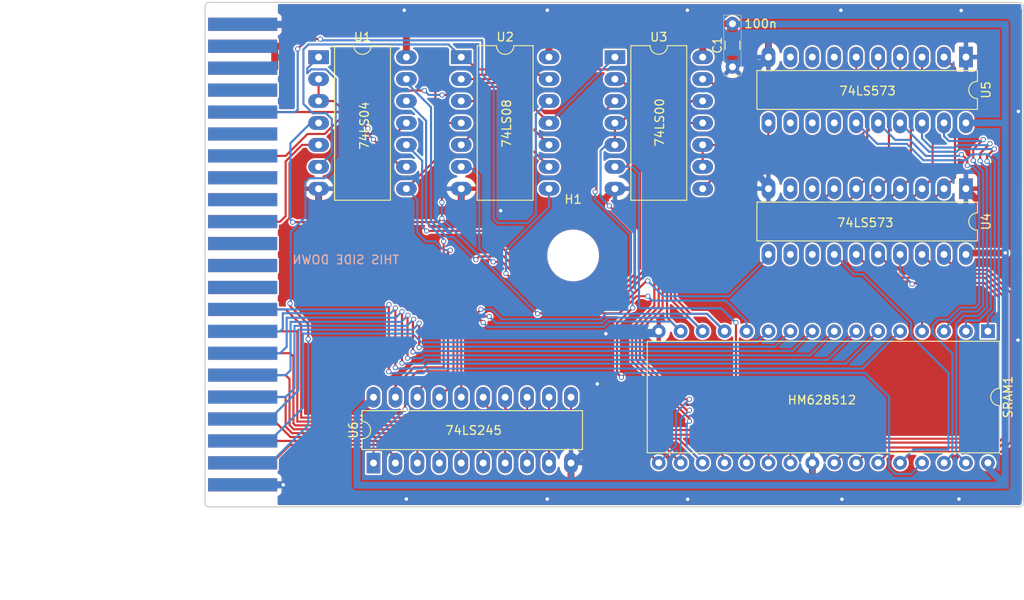
<source format=kicad_pcb>
(kicad_pcb (version 20211014) (generator pcbnew)
  (title_block (title "OpenC64Cart: C64 8K Lo/Hi-Rom Cartridge") (date "2018-01-04") (rev "2") (company "SukkoPera"))
  (layers (0 "F.Cu" signal) (31 "B.Cu" signal) (36 "B.SilkS" user "B.Silkscreen") (37 "F.SilkS" user "F.Silkscreen") (38 "B.Mask" user) (39 "F.Mask" user) (44 "Edge.Cuts" user))
  (net 0 "")
  (net 1 "GND")
  (net 2 "+5V")
  (net 3 "/A18")
  (net 4 "/A16")
  (net 5 "/A14")
  (net 6 "/A12")
  (net 7 "/A7")
  (net 8 "/A6")
  (net 9 "/A5")
  (net 10 "/A4")
  (net 11 "/A3")
  (net 12 "/A2")
  (net 13 "/A1")
  (net 14 "A0 Buffered")
  (net 15 "/D0")
  (net 16 "/D1")
  (net 17 "/D2")
  (net 18 "/D3")
  (net 19 "/D4")
  (net 20 "/D5")
  (net 21 "/D6")
  (net 22 "/D7")
  (net 23 "~{CS} SRAM")
  (net 24 "/A10")
  (net 25 "/A11")
  (net 26 "/A9")
  (net 27 "/A8")
  (net 28 "/A13")
  (net 29 "~{WE} SRAM")
  (net 30 "/A17")
  (net 31 "/A15")
  (net 32 "A0")
  (net 33 "Net-(U1-Pad2)")
  (net 34 "~{IO2}")
  (net 35 "Net-(U1-Pad6)")
  (net 36 "DIR bus trasceinver")
  (net 37 "R~{W}")
  (net 38 "Net-(U1-Pad10)")
  (net 39 "~{IO1}")
  (net 40 "~{OE} bus transceiver")
  (net 41 "Net-(U2-Pad11)")
  (net 42 "Net-(U2-Pad3)")
  (net 43 "LATCH2 @ DFFF")
  (net 44 "LATCH1 @ DFFE")
  (net 45 "PHI")
  (net 46 "Net-(U3-Pad13)")
  (net 57 "/C64DATA0")
  (net 58 "/C64DATA1")
  (net 59 "/C64DATA2")
  (net 60 "/C64DATA3")
  (net 61 "/C64DATA4")
  (net 62 "/C64DATA5")
  (net 63 "/C64DATA6")
  (net 64 "/C64DATA7")
  (net 83 "Net-(U1-Pad13)")
  (footprint "OpenC64Cart:C64-Cart" (layer "F.Cu") (at 103.656126 59.563 -90)
    (fp_text reference "U7" hide)
    (fp_text value "C64-Exp-Port" hide)
  )
  (footprint "Package_DIP:DIP-32_W15.24mm" (layer "F.Cu") (at 193.8528 97.658 -90)
    (fp_text reference "SRAM1")
    (fp_text value "HM628512CLP-5")
  )
  (footprint "Package_DIP:DIP-14_W10.16mm_LongPads" (layer "F.Cu") (at 116.3878 65.908)
    (fp_text reference "U1")
    (fp_text value "74HC04")
  )
  (footprint "MountingHole:MountingHole_5.5mm" (layer "F.Cu") (at 145.8468 88.8746)
    (fp_text reference "H1")
    (fp_text value "MountingHole")
  )
  (footprint "Package_DIP:DIP-20_W7.62mm_LongPads" (layer "F.Cu") (at 191.3078 81.138 -90)
    (fp_text reference "U4")
    (fp_text value "74LS573")
  )
  (footprint "Package_DIP:DIP-14_W10.16mm_LongPads" (layer "F.Cu") (at 132.8978 65.908)
    (fp_text reference "U2")
    (fp_text value "74LS08")
  )
  (footprint "Package_DIP:DIP-20_W7.62mm_LongPads" (layer "F.Cu") (at 122.7378 112.918 90)
    (fp_text reference "U6")
    (fp_text value "74HC245")
  )
  (footprint "OpenC64Cart:C_0805+THT" (layer "F.Cu") (at 164.2872 64.5306 90)
    (fp_text reference "C1")
    (fp_text value "100n")
  )
  (footprint "Package_DIP:DIP-14_W10.16mm_LongPads" (layer "F.Cu") (at 150.6778 65.908)
    (fp_text reference "U3")
    (fp_text value "74LS00")
  )
  (footprint "Package_DIP:DIP-20_W7.62mm_LongPads" (layer "F.Cu") (at 191.3078 65.898 -90)
    (fp_text reference "U5")
    (fp_text value "74LS573")
  )
  (gr_line (start 103.24 117.621) (end 103.25 60.07) (layer "Edge.Cuts") (width 0.15))
  (gr_arc (start 197.5612 59.563) (mid 197.810547 59.685336) (end 197.937364 59.932435) (layer "Edge.Cuts") (width 0.15))
  (gr_line (start 103.62 59.56) (end 154.293 59.56) (layer "Edge.Cuts") (width 0.15))
  (gr_line (start 197.5358 117.983) (end 103.74247 117.985873) (layer "Edge.Cuts") (width 0.15))
  (gr_line (start 197.937364 59.932435) (end 197.951888 117.472755) (layer "Edge.Cuts") (width 0.15))
  (gr_arc (start 103.25 60.07) (mid 103.331787 59.74012) (end 103.62 59.56) (layer "Edge.Cuts") (width 0.15))
  (gr_arc (start 103.74247 117.985873) (mid 103.417727 117.904665) (end 103.24 117.621) (layer "Edge.Cuts") (width 0.15))
  (gr_arc (start 197.951888 117.472755) (mid 197.855027 117.818544) (end 197.5358 117.983) (layer "Edge.Cuts") (width 0.15))
  (gr_line (start 154.293 59.56) (end 197.5612 59.563) (layer "Edge.Cuts") (width 0.15))
  (gr_text "GEORAM CLONE\nH.C.G. 2023\n" (at 116.8654 90.678) (layer "F.Cu") (effects (font (size 1 1) (thickness 0.2)) (justify left)))
  (gr_text "THIS SIDE DOWN" (at 119.5324 89.3826) (layer "B.SilkS") (effects (font (size 1 1)) (justify mirror)))
  (gr_text "74LS08" (at 138.15 73.59 90) (layer "F.SilkS") (effects (font (size 1 1))))
  (gr_text "74LS00" (at 155.86 73.47 90) (layer "F.SilkS") (effects (font (size 1 1))))
  (gr_text "100n" (at 167.54 62.04) (layer "F.SilkS") (effects (font (size 1 1))))
  (gr_text "74LS04" (at 121.69 73.84 90) (layer "F.SilkS") (effects (font (size 1 1))))
  (gr_text "HM628512" (at 174.64 105.62) (layer "F.SilkS") (effects (font (size 1 1))))
  (gr_text "74LS573" (at 179.66 85.09) (layer "F.SilkS") (effects (font (size 1 1))))
  (gr_text "74LS245" (at 134.32 109.14) (layer "F.SilkS") (effects (font (size 1 1))))
  (gr_text "74LS573" (at 179.92 69.82) (layer "F.SilkS") (effects (font (size 1 1))))
  (segment (start 173.5328 116.9416) (end 173.6852 117.094) (width 0.8) (layer "F.Cu") (net 1))
  (segment (start 173.5328 112.898) (end 173.5328 116.9416) (width 0.8) (layer "F.Cu") (net 1))
  (segment (start 197.3326 98.679) (end 197.3326 117.0178) (width 0.8) (layer "F.Cu") (net 1))
  (segment (start 191.3078 65.898) (end 191.3078 60.6856) (width 0.4) (layer "F.Cu") (net 1))
  (segment (start 113.9792 60.468) (end 112.3188 62.1284) (width 0.8) (layer "F.Cu") (net 1))
  (segment (start 168.1828 60.468) (end 159.0642 60.468) (width 0.8) (layer "F.Cu") (net 1))
  (segment (start 176.8348 60.4774) (end 168.5544 60.4774) (width 0.8) (layer "F.Cu") (net 1))
  (segment (start 117.0178 83.693) (end 133.5278 83.693) (width 0.8) (layer "F.Cu") (net 1))
  (segment (start 126.2982 60.468) (end 113.9792 60.468) (width 0.8) (layer "F.Cu") (net 1))
  (segment (start 197.358 60.6298) (end 197.2056 60.4774) (width 0.8) (layer "F.Cu") (net 1))
  (segment (start 142.859 60.468) (end 126.2982 60.468) (width 0.8) (layer "F.Cu") (net 1))
  (segment (start 173.6852 117.094) (end 142.8496 117.094) (width 0.8) (layer "F.Cu") (net 1))
  (segment (start 191.3078 81.138) (end 192.4912 82.3214) (width 0.8) (layer "F.Cu") (net 1))
  (segment (start 197.2564 117.094) (end 190.5 117.094) (width 0.8) (layer "F.Cu") (net 1))
  (segment (start 168.4478 65.898) (end 168.4478 60.4774) (width 0.8) (layer "F.Cu") (net 1))
  (segment (start 112.3188 62.1284) (end 107.6198 62.1284) (width 0.8) (layer "F.Cu") (net 1))
  (segment (start 107.6198 62.1284) (end 107.5944 62.103) (width 0.8) (layer "F.Cu") (net 1))
  (segment (start 148.1328 83.693) (end 150.6778 81.148) (width 0.8) (layer "F.Cu") (net 1))
  (segment (start 145.5978 112.918) (end 145.5978 117.0482) (width 0.8) (layer "F.Cu") (net 1))
  (segment (start 192.4912 82.3214) (end 195.3006 82.3214) (width 0.8) (layer "F.Cu") (net 1))
  (segment (start 116.3878 81.148) (end 116.3878 83.063) (width 0.8) (layer "F.Cu") (net 1))
  (segment (start 142.8496 117.094) (end 126.5428 117.094) (width 0.8) (layer "F.Cu") (net 1))
  (segment (start 126.5428 117.094) (end 113.9698 117.094) (width 0.8) (layer "F.Cu") (net 1))
  (segment (start 197.3326 80.2894) (end 197.3326 98.679) (width 0.8) (layer "F.Cu") (net 1))
  (segment (start 113.9698 117.094) (end 112.3188 115.443) (width 0.8) (layer "F.Cu") (net 1))
  (segment (start 197.2056 60.4774) (end 191.6938 60.4774) (width 0.8) (layer "F.Cu") (net 1))
  (segment (start 197.3326 117.0178) (end 197.2564 117.094) (width 0.8) (layer "F.Cu") (net 1))
  (segment (start 133.5278 83.693) (end 137.4648 83.693) (width 0.8) (layer "F.Cu") (net 1))
  (segment (start 137.4648 83.693) (end 148.1328 83.693) (width 0.8) (layer "F.Cu") (net 1))
  (segment (start 159.0642 60.468) (end 142.859 60.468) (width 0.8) (layer "F.Cu") (net 1))
  (segment (start 112.2934 115.443) (end 107.5944 115.443) (width 0.8) (layer "F.Cu") (net 1))
  (segment (start 148.6408 98.933) (end 148.6408 103.759) (width 0.8) (layer "F.Cu") (net 1))
  (segment (start 190.5 117.094) (end 173.6852 117.094) (width 0.8) (layer "F.Cu") (net 1))
  (segment (start 132.8978 81.148) (end 132.8978 83.693) (width 0.8) (layer "F.Cu") (net 1))
  (segment (start 149.6314 97.9424) (end 148.6408 98.933) (width 0.8) (layer "F.Cu") (net 1))
  (segment (start 112.3188 115.443) (end 112.2934 115.443) (width 0.8) (layer "F.Cu") (net 1))
  (segment (start 116.3878 83.063) (end 117.0178 83.693) (width 0.8) (layer "F.Cu") (net 1))
  (segment (start 197.358 80.2742) (end 197.358 60.6298) (width 0.8) (layer "F.Cu") (net 1))
  (segment (start 195.3006 82.3214) (end 197.3326 80.2894) (width 0.8) (layer "F.Cu") (net 1))
  (segment (start 191.5922 60.4774) (end 176.8348 60.4774) (width 0.8) (layer "F.Cu") (net 1))
  (segment (start 197.3326 80.2894) (end 197.3834 80.2894) (width 0.8) (layer "F.Cu") (net 1))
  (via (at 197.3834 72.1868) (size 0.6) (drill 0.4) (layers "F.Cu" "B.Cu") (net 1))
  (via (at 126.5428 117.094) (size 0.6) (drill 0.4) (layers "F.Cu" "B.Cu") (net 1))
  (via (at 137.4648 83.693) (size 0.6) (drill 0.4) (layers "F.Cu" "B.Cu") (net 1))
  (via (at 142.8496 117.094) (size 0.6) (drill 0.4) (layers "F.Cu" "B.Cu") (net 1))
  (via (at 176.8348 60.4774) (size 0.6) (drill 0.4) (layers "F.Cu" "B.Cu") (net 1))
  (via (at 159.0642 60.468) (size 0.6) (drill 0.4) (layers "F.Cu" "B.Cu") (net 1))
  (via (at 197.3326 98.679) (size 0.6) (drill 0.4) (layers "F.Cu" "B.Cu") (net 1))
  (via (at 190.5 117.094) (size 0.6) (drill 0.4) (layers "F.Cu" "B.Cu") (net 1))
  (via (at 176.9618 117.1194) (size 0.6) (drill 0.4) (layers "F.Cu" "B.Cu") (net 1))
  (via (at 159.1056 117.1194) (size 0.6) (drill 0.4) (layers "F.Cu" "B.Cu") (net 1))
  (via (at 142.859 60.468) (size 0.6) (drill 0.4) (layers "F.Cu" "B.Cu") (net 1))
  (via (at 112.2934 115.443) (size 0.6) (drill 0.4) (layers "F.Cu" "B.Cu") (net 1))
  (via (at 126.2982 60.468) (size 0.6) (drill 0.4) (layers "F.Cu" "B.Cu") (net 1))
  (via (at 148.6408 103.759) (size 0.6) (drill 0.4) (layers "F.Cu" "B.Cu") (net 1))
  (via (at 149.6314 97.9424) (size 0.6) (drill 0.4) (layers "F.Cu" "B.Cu") (net 1))
  (via (at 190.754 60.5028) (size 0.6) (drill 0.4) (layers "F.Cu" "B.Cu") (net 1))
  (segment (start 113.9698 117.1194) (end 112.2934 115.443) (width 0.8) (layer "B.Cu") (net 1))
  (segment (start 168.4478 81.138) (end 168.4478 80.7924) (width 0.8) (layer "B.Cu") (net 1))
  (segment (start 197.3834 117.1194) (end 176.9618 117.1194) (width 0.8) (layer "B.Cu") (net 1))
  (segment (start 164.1856 66.6096) (end 167.7362 66.6096) (width 0.8) (layer "B.Cu") (net 1))
  (segment (start 113.9698 60.4774) (end 190.7286 60.4774) (width 0.8) (layer "B.Cu") (net 1))
  (segment (start 167.7362 66.6096) (end 168.4478 65.898) (width 0.8) (layer "B.Cu") (net 1))
  (segment (start 176.9618 117.1194) (end 159.1056 117.1194) (width 0.8) (layer "B.Cu") (net 1))
  (segment (start 148.6408 110.2106) (end 145.9334 112.918) (width 0.8) (layer "B.Cu") (net 1))
  (segment (start 168.4478 80.7924) (end 166.9796 79.3242) (width 0.8) (layer "B.Cu") (net 1))
  (segment (start 166.9796 79.3242) (end 166.9796 67.3662) (width 0.8) (layer "B.Cu") (net 1))
  (segment (start 190.7286 60.4774) (end 190.754 60.5028) (width 0.8) (layer "B.Cu") (net 1))
  (segment (start 149.6314 97.9424) (end 155.4684 97.9424) (width 0.8) (layer "B.Cu") (net 1))
  (segment (start 112.3442 62.103) (end 113.9698 60.4774) (width 0.8) (layer "B.Cu") (net 1))
  (segment (start 148.6408 103.759) (end 148.6408 110.2106) (width 0.8) (layer "B.Cu") (net 1))
  (segment (start 166.9796 67.3662) (end 168.4478 65.898) (width 0.8) (layer "B.Cu") (net 1))
  (segment (start 190.754 60.5028) (end 197.3834 60.5028) (width 0.8) (layer "B.Cu") (net 1))
  (segment (start 197.3834 72.1868) (end 197.3834 117.1194) (width 0.8) (layer "B.Cu") (net 1))
  (segment (start 159.1056 117.1194) (end 113.9698 117.1194) (width 0.8) (layer "B.Cu") (net 1))
  (segment (start 155.4684 97.9424) (end 155.7528 97.658) (width 0.8) (layer "B.Cu") (net 1))
  (segment (start 197.3834 60.5028) (end 197.3834 72.1868) (width 0.8) (layer "B.Cu") (net 1))
  (segment (start 107.5944 115.443) (end 112.2172 115.443) (width 0.8) (layer "B.Cu") (net 1))
  (segment (start 107.5944 62.103) (end 112.3442 62.103) (width 0.8) (layer "B.Cu") (net 1))
  (segment (start 145.9334 112.918) (end 145.5978 112.918) (width 0.8) (layer "B.Cu") (net 1))
  (segment (start 137.4808 60.4868) (end 137.4808 83.677) (width 0.8) (layer "B.Cu") (net 1))
  (segment (start 191.4706 88.5952) (end 195.8444 88.5952) (width 0.8) (layer "F.Cu") (net 2))
  (segment (start 126.619 62.0268) (end 163.7684 62.0268) (width 0.8) (layer "F.Cu") (net 2))
  (segment (start 126.5478 62.0826) (end 126.5478 65.908) (width 0.8) (layer "F.Cu") (net 2))
  (segment (start 114.7826 62.0268) (end 126.492 62.0268) (width 0.8) (layer "F.Cu") (net 2))
  (segment (start 112.1664 64.643) (end 114.7826 62.0268) (width 0.8) (layer "F.Cu") (net 2))
  (segment (start 160.8378 62.0472) (end 160.8582 62.0268) (width 0.8) (layer "F.Cu") (net 2))
  (segment (start 163.7684 62.0268) (end 164.1856 61.6096) (width 0.8) (layer "F.Cu") (net 2))
  (segment (start 195.8444 88.5952) (end 195.8594 88.5802) (width 0.8) (layer "F.Cu") (net 2))
  (segment (start 107.4928 64.643) (end 111.3028 64.643) (width 0.8) (layer "F.Cu") (net 2))
  (segment (start 191.3078 88.758) (end 191.4706 88.5952) (width 0.8) (layer "F.Cu") (net 2))
  (segment (start 126.492 62.0268) (end 126.5478 62.0826) (width 0.8) (layer "F.Cu") (net 2))
  (segment (start 111.3028 64.643) (end 111.3028 67.183) (width 0.8) (layer "F.Cu") (net 2))
  (segment (start 111.3028 64.643) (end 112.1664 64.643) (width 0.8) (layer "F.Cu") (net 2))
  (segment (start 143.0578 65.908) (end 143.0578 62.0268) (width 0.8) (layer "F.Cu") (net 2))
  (segment (start 111.3028 67.183) (end 107.4928 67.183) (width 0.8) (layer "F.Cu") (net 2))
  (segment (start 160.8378 65.908) (end 160.8378 62.0472) (width 0.8) (layer "F.Cu") (net 2))
  (via (at 195.8594 88.5802) (size 0.6) (drill 0.4) (layers "F.Cu" "B.Cu") (net 2))
  (segment (start 195.8086 115.4176) (end 193.8528 113.4618) (width 0.8) (layer "B.Cu") (net 2))
  (segment (start 164.3342 62.0776) (end 195.8594 62.0776) (width 0.8) (layer "B.Cu") (net 2))
  (segment (start 122.7378 105.298) (end 120.8278 107.208) (width 0.8) (layer "B.Cu") (net 2))
  (segment (start 195.8594 73.7108) (end 195.8594 115.4938) (width 0.8) (layer "B.Cu") (net 2))
  (segment (start 164.2872 62.0306) (end 164.3342 62.0776) (width 0.8) (layer "B.Cu") (net 2))
  (segment (start 195.8594 62.0776) (end 195.8594 73.7108) (width 0.8) (layer "B.Cu") (net 2))
  (segment (start 195.834 115.4938) (end 195.8594 115.4684) (width 0.8) (layer "B.Cu") (net 2))
  (segment (start 194.4982 73.518) (end 195.6666 73.518) (width 0.8) (layer "B.Cu") (net 2))
  (segment (start 191.3078 73.518) (end 194.4982 73.518) (width 0.8) (layer "B.Cu") (net 2))
  (segment (start 195.6666 73.518) (end 195.8594 73.7108) (width 0.8) (layer "B.Cu") (net 2))
  (segment (start 193.8528 113.4618) (end 193.8528 112.898) (width 0.8) (layer "B.Cu") (net 2))
  (segment (start 120.8278 115.4938) (end 195.834 115.4938) (width 0.8) (layer "B.Cu") (net 2))
  (segment (start 120.8278 107.208) (end 120.8278 115.4938) (width 0.8) (layer "B.Cu") (net 2))
  (segment (start 184.4802 75.946) (end 181.0358 75.946) (width 0.25) (layer "B.Cu") (net 3))
  (segment (start 193.8528 96.01898) (end 194.6368 95.23498) (width 0.25) (layer "B.Cu") (net 3))
  (segment (start 186.3857 77.8515) (end 184.4802 75.946) (width 0.25) (layer "B.Cu") (net 3))
  (segment (start 194.6368 77.9746) (end 193.8274 77.1652) (width 0.25) (layer "B.Cu") (net 3))
  (segment (start 194.6368 95.23498) (end 194.6368 77.9746) (width 0.25) (layer "B.Cu") (net 3))
  (segment (start 191.295015 77.8515) (end 186.3857 77.8515) (width 0.25) (layer "B.Cu") (net 3))
  (segment (start 181.0358 75.946) (end 178.6078 73.518) (width 0.25) (layer "B.Cu") (net 3))
  (segment (start 191.981315 77.1652) (end 191.295015 77.8515) (width 0.25) (layer "B.Cu") (net 3))
  (segment (start 193.8274 77.1652) (end 191.981315 77.1652) (width 0.25) (layer "B.Cu") (net 3))
  (segment (start 193.8528 97.658) (end 193.8528 96.01898) (width 0.25) (layer "B.Cu") (net 3))
  (segment (start 193.754111 77.378534) (end 194.582449 76.550196) (width 0.25) (layer "F.Cu") (net 4))
  (segment (start 193.754111 77.975089) (end 193.754111 77.378534) (width 0.25) (layer "F.Cu") (net 4))
  (via (at 193.754111 77.975089) (size 0.6) (drill 0.4) (layers "F.Cu" "B.Cu") (net 4))
  (via (at 194.582449 76.550196) (size 0.6) (drill 0.4) (layers "F.Cu" "B.Cu") (net 4))
  (segment (start 190.246175 76.8604) (end 187.0302 76.8604) (width 0.25) (layer "B.Cu") (net 4))
  (segment (start 194.582449 76.550196) (end 190.556379 76.550196) (width 0.25) (layer "B.Cu") (net 4))
  (segment (start 187.0302 76.8604) (end 183.6878 73.518) (width 0.25) (layer "B.Cu") (net 4))
  (segment (start 192.842384 96.393) (end 191.3128 96.393) (width 0.25) (layer "B.Cu") (net 4))
  (segment (start 194.1868 78.407778) (end 194.1868 95.048584) (width 0.25) (layer "B.Cu") (net 4))
  (segment (start 194.1868 95.048584) (end 192.842384 96.393) (width 0.25) (layer "B.Cu") (net 4))
  (segment (start 193.754111 77.975089) (end 194.1868 78.407778) (width 0.25) (layer "B.Cu") (net 4))
  (segment (start 191.3128 96.393) (end 191.3128 97.658) (width 0.25) (layer "B.Cu") (net 4))
  (segment (start 190.556379 76.550196) (end 190.246175 76.8604) (width 0.25) (layer "B.Cu") (net 4))
  (segment (start 192.158434 77.871965) (end 192.158434 76.597673) (width 0.25) (layer "F.Cu") (net 5))
  (segment (start 192.158434 76.597673) (end 193.307607 75.4485) (width 0.25) (layer "F.Cu") (net 5))
  (via (at 193.307607 75.4485) (size 0.6) (drill 0.4) (layers "F.Cu" "B.Cu") (net 5))
  (via (at 192.158434 77.871965) (size 0.6) (drill 0.4) (layers "F.Cu" "B.Cu") (net 5))
  (segment (start 189.3316 75.6158) (end 188.7678 75.052) (width 0.25) (layer "B.Cu") (net 5))
  (segment (start 193.2868 79.1392) (end 193.2868 94.675792) (width 0.25) (layer "B.Cu") (net 5))
  (segment (start 192.158434 77.871965) (end 192.331279 78.04481) (width 0.25) (layer "B.Cu") (net 5))
  (segment (start 188.7728 97.409) (end 188.7728 97.658) (width 0.25) (layer "B.Cu") (net 5))
  (segment (start 193.140307 75.6158) (end 189.3316 75.6158) (width 0.25) (layer "B.Cu") (net 5))
  (segment (start 192.331279 78.04481) (end 192.331279 78.183679) (width 0.25) (layer "B.Cu") (net 5))
  (segment (start 192.331279 78.183679) (end 193.2868 79.1392) (width 0.25) (layer "B.Cu") (net 5))
  (segment (start 193.307607 75.4485) (end 193.140307 75.6158) (width 0.25) (layer "B.Cu") (net 5))
  (segment (start 190.8048 95.377) (end 188.7728 97.409) (width 0.25) (layer "B.Cu") (net 5))
  (segment (start 193.2868 94.675792) (end 192.585592 95.377) (width 0.25) (layer "B.Cu") (net 5))
  (segment (start 192.585592 95.377) (end 190.8048 95.377) (width 0.25) (layer "B.Cu") (net 5))
  (segment (start 188.7678 75.052) (end 188.7678 73.518) (width 0.25) (layer "B.Cu") (net 5))
  (segment (start 178.6078 88.758) (end 186.2328 96.383) (width 0.25) (layer "F.Cu") (net 6))
  (segment (start 186.2328 96.383) (end 186.2328 97.658) (width 0.25) (layer "F.Cu") (net 6))
  (segment (start 124.5108 102.3366) (end 124.5108 94.5896) (width 0.25) (layer "F.Cu") (net 7))
  (segment (start 124.5108 94.5896) (end 124.5362 94.5642) (width 0.25) (layer "F.Cu") (net 7))
  (via (at 124.5108 102.3366) (size 0.6) (drill 0.4) (layers "F.Cu" "B.Cu") (net 7))
  (via (at 124.5362 94.5642) (size 0.6) (drill 0.4) (layers "F.Cu" "B.Cu") (net 7))
  (segment (start 179.3698 101.981) (end 183.6928 97.658) (width 0.25) (layer "B.Cu") (net 7))
  (segment (start 128.524 102.5144) (end 129.0574 101.981) (width 0.25) (layer "B.Cu") (net 7))
  (segment (start 123.9774 95.123) (end 124.5362 94.5642) (width 0.25) (layer "B.Cu") (net 7))
  (segment (start 107.4928 95.123) (end 123.9774 95.123) (width 0.25) (layer "B.Cu") (net 7))
  (segment (start 124.5108 102.3366) (end 124.6886 102.5144) (width 0.25) (layer "B.Cu") (net 7))
  (segment (start 124.6886 102.5144) (end 128.524 102.5144) (width 0.25) (layer "B.Cu") (net 7))
  (segment (start 129.0574 101.981) (end 179.3698 101.981) (width 0.25) (layer "B.Cu") (net 7))
  (segment (start 125.2728 94.9706) (end 125.2728 101.8794) (width 0.25) (layer "F.Cu") (net 8))
  (via (at 125.2728 94.9706) (size 0.6) (drill 0.4) (layers "F.Cu" "B.Cu") (net 8))
  (via (at 125.2728 101.8794) (size 0.6) (drill 0.4) (layers "F.Cu" "B.Cu") (net 8))
  (segment (start 125.2728 101.8794) (end 125.3644 101.971) (width 0.25) (layer "B.Cu") (net 8))
  (segment (start 177.3958 101.415) (end 181.1528 97.658) (width 0.25) (layer "B.Cu") (net 8))
  (segment (start 125.2728 95.0214) (end 124.7212 95.573) (width 0.25) (layer "B.Cu") (net 8))
  (segment (start 112.2426 95.573) (end 112.2426 97.3582) (width 0.25) (layer "B.Cu") (net 8))
  (segment (start 124.7212 95.573) (end 112.2426 95.573) (width 0.25) (layer "B.Cu") (net 8))
  (segment (start 128.936912 101.415) (end 177.3958 101.415) (width 0.25) (layer "B.Cu") (net 8))
  (segment (start 128.380912 101.971) (end 128.936912 101.415) (width 0.25) (layer "B.Cu") (net 8))
  (segment (start 125.2728 94.9706) (end 125.2728 95.0214) (width 0.25) (layer "B.Cu") (net 8))
  (segment (start 125.3644 101.971) (end 128.380912 101.971) (width 0.25) (layer "B.Cu") (net 8))
  (segment (start 112.2426 97.3582) (end 111.9378 97.663) (width 0.25) (layer "B.Cu") (net 8))
  (segment (start 111.9378 97.663) (end 107.4928 97.663) (width 0.25) (layer "B.Cu") (net 8))
  (segment (start 126.0348 95.377) (end 126.0348 101.346) (width 0.25) (layer "F.Cu") (net 9))
  (via (at 126.0348 95.377) (size 0.6) (drill 0.4) (layers "F.Cu" "B.Cu") (net 9))
  (via (at 126.0348 101.346) (size 0.6) (drill 0.4) (layers "F.Cu" "B.Cu") (net 9))
  (segment (start 126.0856 101.3968) (end 128.318716 101.3968) (width 0.25) (layer "B.Cu") (net 9))
  (segment (start 111.9378 100.203) (end 112.6926 99.4482) (width 0.25) (layer "B.Cu") (net 9))
  (segment (start 128.318716 101.3968) (end 128.750516 100.965) (width 0.25) (layer "B.Cu") (net 9))
  (segment (start 175.3058 100.965) (end 178.6128 97.658) (width 0.25) (layer "B.Cu") (net 9))
  (segment (start 126.0348 101.346) (end 126.0856 101.3968) (width 0.25) (layer "B.Cu") (net 9))
  (segment (start 112.6926 99.4482) (end 112.6926 96.0882) (width 0.25) (layer "B.Cu") (net 9))
  (segment (start 110.0328 100.203) (end 110.3648 100.203) (width 0.25) (layer "B.Cu") (net 9))
  (segment (start 128.750516 100.965) (end 175.3058 100.965) (width 0.25) (layer "B.Cu") (net 9))
  (segment (start 107.4928 100.203) (end 111.9378 100.203) (width 0.25) (layer "B.Cu") (net 9))
  (segment (start 125.3236 96.0882) (end 126.0348 95.377) (width 0.25) (layer "B.Cu") (net 9))
  (segment (start 112.6926 96.0882) (end 125.3236 96.0882) (width 0.25) (layer "B.Cu") (net 9))
  (segment (start 126.6798 95.8496) (end 126.7206 95.8088) (width 0.25) (layer "F.Cu") (net 10))
  (segment (start 126.6798 100.7718) (end 126.6798 95.8496) (width 0.25) (layer "F.Cu") (net 10))
  (via (at 126.6798 100.7718) (size 0.6) (drill 0.4) (layers "F.Cu" "B.Cu") (net 10))
  (via (at 126.7206 95.8088) (size 0.6) (drill 0.4) (layers "F.Cu" "B.Cu") (net 10))
  (segment (start 113.1426 102.1732) (end 113.1426 97.730992) (width 0.25) (layer "B.Cu") (net 10))
  (segment (start 173.2738 100.457) (end 176.0728 97.658) (width 0.25) (layer "B.Cu") (net 10))
  (segment (start 113.1426 96.5712) (end 113.1426 97.600592) (width 0.25) (layer "B.Cu") (net 10))
  (segment (start 128.30732 100.7718) (end 128.62212 100.457) (width 0.25) (layer "B.Cu") (net 10))
  (segment (start 128.62212 100.457) (end 173.2738 100.457) (width 0.25) (layer "B.Cu") (net 10))
  (segment (start 126.7206 95.8088) (end 125.9582 96.5712) (width 0.25) (layer "B.Cu") (net 10))
  (segment (start 107.4928 102.743) (end 112.5728 102.743) (width 0.25) (layer "B.Cu") (net 10))
  (segment (start 112.5728 102.743) (end 113.1426 102.1732) (width 0.25) (layer "B.Cu") (net 10))
  (segment (start 125.9582 96.5712) (end 113.1426 96.5712) (width 0.25) (layer "B.Cu") (net 10))
  (segment (start 126.6798 100.7718) (end 128.30732 100.7718) (width 0.25) (layer "B.Cu") (net 10))
  (segment (start 127.3048 96.335298) (end 127.38173 96.258368) (width 0.25) (layer "F.Cu") (net 11))
  (segment (start 127.3048 100.0506) (end 127.3048 96.335298) (width 0.25) (layer "F.Cu") (net 11))
  (via (at 127.3048 100.0506) (size 0.6) (drill 0.4) (layers "F.Cu" "B.Cu") (net 11))
  (via (at 127.38173 96.258368) (size 0.6) (drill 0.4) (layers "F.Cu" "B.Cu") (net 11))
  (segment (start 128.282704 100.16002) (end 128.493724 99.949) (width 0.25) (layer "B.Cu") (net 11))
  (segment (start 113.5926 97.028) (end 113.5926 104.2632) (width 0.25) (layer "B.Cu") (net 11))
  (segment (start 127.38173 96.258368) (end 126.618898 97.0212) (width 0.25) (layer "B.Cu") (net 11))
  (segment (start 115.3668 97.028) (end 113.5926 97.028) (width 0.25) (layer "B.Cu") (net 11))
  (segment (start 112.5728 105.283) (end 107.621074 105.283) (width 0.25) (layer "B.Cu") (net 11))
  (segment (start 127.41422 100.16002) (end 128.282704 100.16002) (width 0.25) (layer "B.Cu") (net 11))
  (segment (start 113.5926 104.2632) (end 112.5728 105.283) (width 0.25) (layer "B.Cu") (net 11))
  (segment (start 127.3048 100.0506) (end 127.41422 100.16002) (width 0.25) (layer "B.Cu") (net 11))
  (segment (start 171.2418 99.949) (end 173.5328 97.658) (width 0.25) (layer "B.Cu") (net 11))
  (segment (start 115.3736 97.0212) (end 115.3668 97.028) (width 0.25) (layer "B.Cu") (net 11))
  (segment (start 126.618898 97.0212) (end 115.3736 97.0212) (width 0.25) (layer "B.Cu") (net 11))
  (segment (start 128.493724 99.949) (end 171.2418 99.949) (width 0.25) (layer "B.Cu") (net 11))
  (segment (start 128.02382 99.53502) (end 128.02382 96.734734) (width 0.25) (layer "F.Cu") (net 12))
  (via (at 128.02382 96.734734) (size 0.6) (drill 0.4) (layers "F.Cu" "B.Cu") (net 12))
  (via (at 128.02382 99.53502) (size 0.6) (drill 0.4) (layers "F.Cu" "B.Cu") (net 12))
  (segment (start 169.2098 99.441) (end 170.9928 97.658) (width 0.25) (layer "B.Cu") (net 12))
  (segment (start 127.280554 97.478) (end 114.0426 97.478) (width 0.25) (layer "B.Cu") (net 12))
  (segment (start 114.0426 97.478) (end 114.0426 104.5112) (width 0.25) (layer "B.Cu") (net 12))
  (segment (start 114.0426 104.5112) (end 110.7308 107.823) (width 0.25) (layer "B.Cu") (net 12))
  (segment (start 128.02382 99.53502) (end 128.11784 99.441) (width 0.25) (layer "B.Cu") (net 12))
  (segment (start 128.11784 99.441) (end 169.2098 99.441) (width 0.25) (layer "B.Cu") (net 12))
  (segment (start 110.7308 107.823) (end 107.4928 107.823) (width 0.25) (layer "B.Cu") (net 12))
  (segment (start 128.02382 96.734734) (end 127.280554 97.478) (width 0.25) (layer "B.Cu") (net 12))
  (segment (start 110.7308 110.363) (end 107.4928 110.363) (width 0.25) (layer "B.Cu") (net 13))
  (segment (start 114.5578 97.928) (end 114.5578 106.536) (width 0.25) (layer "B.Cu") (net 13))
  (segment (start 167.1778 98.933) (end 128.27 98.933) (width 0.25) (layer "B.Cu") (net 13))
  (segment (start 128.27 98.933) (end 127.265 97.928) (width 0.25) (layer "B.Cu") (net 13))
  (segment (start 127.265 97.928) (end 114.5578 97.928) (width 0.25) (layer "B.Cu") (net 13))
  (segment (start 114.5578 106.536) (end 110.7308 110.363) (width 0.25) (layer "B.Cu") (net 13))
  (segment (start 168.4528 97.658) (end 167.1778 98.933) (width 0.25) (layer "B.Cu") (net 13))
  (segment (start 130.6576 74.0918) (end 131.2214 73.528) (width 0.25) (layer "F.Cu") (net 14))
  (segment (start 131.2214 73.528) (end 132.8978 73.528) (width 0.25) (layer "F.Cu") (net 14))
  (segment (start 130.6576 82.7278) (end 130.6576 74.0918) (width 0.25) (layer "F.Cu") (net 14))
  (segment (start 153.192516 93.599) (end 154.4828 93.599) (width 0.25) (layer "F.Cu") (net 14))
  (segment (start 151.211316 95.5802) (end 153.192516 93.599) (width 0.25) (layer "F.Cu") (net 14))
  (segment (start 141.732 95.6305) (end 141.7823 95.5802) (width 0.25) (layer "F.Cu") (net 14))
  (segment (start 130.6576 84.5925) (end 130.2363 85.0138) (width 0.25) (layer "F.Cu") (net 14))
  (segment (start 141.7823 95.5802) (end 151.211316 95.5802) (width 0.25) (layer "F.Cu") (net 14))
  (segment (start 130.2363 85.0138) (end 113.3856 85.0138) (width 0.25) (layer "F.Cu") (net 14))
  (via (at 130.6576 82.7278) (size 0.6) (drill 0.4) (layers "F.Cu" "B.Cu") (net 14))
  (via (at 130.6576 84.5925) (size 0.6) (drill 0.4) (layers "F.Cu" "B.Cu") (net 14))
  (via (at 113.3856 85.0138) (size 0.6) (drill 0.4) (layers "F.Cu" "B.Cu") (net 14))
  (via (at 154.4828 93.599) (size 0.6) (drill 0.4) (layers "F.Cu" "B.Cu") (net 14))
  (via (at 141.732 95.6305) (size 0.6) (drill 0.4) (layers "F.Cu" "B.Cu") (net 14))
  (segment (start 130.6576 82.7278) (end 130.6576 84.5925) (width 0.25) (layer "B.Cu") (net 14))
  (segment (start 154.4828 93.599) (end 154.9908 94.107) (width 0.25) (layer "B.Cu") (net 14))
  (segment (start 113.2586 75.7428) (end 113.1316 75.8698) (width 0.25) (layer "B.Cu") (net 14))
  (segment (start 141.732 95.6305) (end 134.7375 88.636) (width 0.25) (layer "B.Cu") (net 14))
  (segment (start 163.49317 94.107) (end 165.9128 96.52663) (width 0.25) (layer "B.Cu") (net 14))
  (segment (start 154.9908 94.107) (end 163.49317 94.107) (width 0.25) (layer "B.Cu") (net 14))
  (segment (start 134.7375 88.636) (end 134.7011 88.636) (width 0.25) (layer "B.Cu") (net 14))
  (segment (start 116.3878 73.528) (end 115.4734 73.528) (width 0.25) (layer "B.Cu") (net 14))
  (segment (start 134.7011 88.636) (end 130.6576 84.5925) (width 0.25) (layer "B.Cu") (net 14))
  (segment (start 165.9128 96.52663) (end 165.9128 97.658) (width 0.25) (layer "B.Cu") (net 14))
  (segment (start 113.1316 75.8698) (end 113.1316 84.7598) (width 0.25) (layer "B.Cu") (net 14))
  (segment (start 113.1316 84.7598) (end 113.3856 85.0138) (width 0.25) (layer "B.Cu") (net 14))
  (segment (start 115.4734 73.528) (end 113.2586 75.7428) (width 0.25) (layer "B.Cu") (net 14))
  (segment (start 133.790008 95.493) (end 131.9978 97.285208) (width 0.25) (layer "F.Cu") (net 15))
  (segment (start 135.1788 95.123) (end 134.8088 95.493) (width 0.25) (layer "F.Cu") (net 15))
  (segment (start 131.9978 102.368) (end 131.6228 102.743) (width 0.25) (layer "F.Cu") (net 15))
  (segment (start 131.6228 102.743) (end 129.7178 102.743) (width 0.25) (layer "F.Cu") (net 15))
  (segment (start 127.8178 104.643) (end 127.8178 105.298) (width 0.25) (layer "F.Cu") (net 15))
  (segment (start 131.9978 97.285208) (end 131.9978 102.368) (width 0.25) (layer "F.Cu") (net 15))
  (segment (start 157.618 91.9878) (end 157.618 93.806804) (width 0.25) (layer "F.Cu") (net 15))
  (segment (start 190.0428 67.173) (end 190.0428 79.863) (width 0.25) (layer "F.Cu") (net 15))
  (segment (start 164.3888 85.217) (end 157.618 91.9878) (width 0.25) (layer "F.Cu") (net 15))
  (segment (start 190.0428 79.863) (end 188.7678 81.138) (width 0.25) (layer "F.Cu") (net 15))
  (segment (start 157.618 93.806804) (end 159.442196 95.631) (width 0.25) (layer "F.Cu") (net 15))
  (segment (start 129.7178 102.743) (end 127.8178 104.643) (width 0.25) (layer "F.Cu") (net 15))
  (segment (start 188.7678 81.138) (end 184.6888 85.217) (width 0.25) (layer "F.Cu") (net 15))
  (segment (start 159.442196 95.631) (end 161.3458 95.631) (width 0.25) (layer "F.Cu") (net 15))
  (segment (start 184.6888 85.217) (end 164.3888 85.217) (width 0.25) (layer "F.Cu") (net 15))
  (segment (start 134.8088 95.493) (end 133.790008 95.493) (width 0.25) (layer "F.Cu") (net 15))
  (segment (start 188.7678 65.898) (end 190.0428 67.173) (width 0.25) (layer "F.Cu") (net 15))
  (segment (start 161.3458 95.631) (end 163.3728 97.658) (width 0.25) (layer "F.Cu") (net 15))
  (via (at 135.1788 95.123) (size 0.6) (drill 0.4) (layers "F.Cu" "B.Cu") (net 15))
  (segment (start 135.1788 95.123) (end 136.4488 95.123) (width 0.25) (layer "B.Cu") (net 15))
  (segment (start 161.3478 95.633) (end 163.3728 97.658) (width 0.25) (layer "B.Cu") (net 15))
  (segment (start 137.5808 96.255) (end 149.020703 96.255) (width 0.25) (layer "B.Cu") (net 15))
  (segment (start 136.4488 95.123) (end 137.5808 96.255) (width 0.25) (layer "B.Cu") (net 15))
  (segment (start 149.020703 96.255) (end 149.642703 95.633) (width 0.25) (layer "B.Cu") (net 15))
  (segment (start 149.642703 95.633) (end 161.3478 95.633) (width 0.25) (layer "B.Cu") (net 15))
  (segment (start 182.6568 84.709) (end 164.1348 84.709) (width 0.25) (layer "F.Cu") (net 16))
  (segment (start 186.2328 65.903) (end 186.2328 71.53201) (width 0.25) (layer "F.Cu") (net 16))
  (segment (start 132.4478 97.471604) (end 133.976404 95.943) (width 0.25) (layer "F.Cu") (net 16))
  (segment (start 130.3578 105.298) (end 132.4478 103.208) (width 0.25) (layer "F.Cu") (net 16))
  (segment (start 164.1348 84.709) (end 157.168 91.6758) (width 0.25) (layer "F.Cu") (net 16))
  (segment (start 186.2278 81.138) (end 182.6568 84.709) (width 0.25) (layer "F.Cu") (net 16))
  (segment (start 157.168 91.6758) (end 157.168 93.9932) (width 0.25) (layer "F.Cu") (net 16))
  (segment (start 187.452 72.75121) (end 187.452 79.9138) (width 0.25) (layer "F.Cu") (net 16))
  (segment (start 187.452 79.9138) (end 186.2278 81.138) (width 0.25) (layer "F.Cu") (net 16))
  (segment (start 186.2328 71.53201) (end 187.452 72.75121) (width 0.25) (layer "F.Cu") (net 16))
  (segment (start 132.4478 103.208) (end 132.4478 97.471604) (width 0.25) (layer "F.Cu") (net 16))
  (segment (start 157.168 93.9932) (end 160.8328 97.658) (width 0.25) (layer "F.Cu") (net 16))
  (segment (start 186.2278 65.898) (end 186.2328 65.903) (width 0.25) (layer "F.Cu") (net 16))
  (segment (start 133.976404 95.943) (end 136.1368 95.943) (width 0.25) (layer "F.Cu") (net 16))
  (via (at 136.1368 95.943) (size 0.6) (drill 0.4) (layers "F.Cu" "B.Cu") (net 16))
  (segment (start 136.8988 96.705) (end 136.1368 95.943) (width 0.25) (layer "B.Cu") (net 16))
  (segment (start 159.2578 96.083) (end 149.829099 96.083) (width 0.25) (layer "B.Cu") (net 16))
  (segment (start 149.829099 96.083) (end 149.207099 96.705) (width 0.25) (layer "B.Cu") (net 16))
  (segment (start 149.207099 96.705) (end 136.8988 96.705) (width 0.25) (layer "B.Cu") (net 16))
  (segment (start 160.8328 97.658) (end 159.2578 96.083) (width 0.25) (layer "B.Cu") (net 16))
  (segment (start 183.657 81.138) (end 180.594 84.201) (width 0.25) (layer "F.Cu") (net 17))
  (segment (start 180.594 84.201) (end 163.8808 84.201) (width 0.25) (layer "F.Cu") (net 17))
  (segment (start 184.9374 72.77661) (end 184.9374 79.8884) (width 0.25) (layer "F.Cu") (net 17))
  (segment (start 135.1788 96.393) (end 135.4328 96.647) (width 0.25) (layer "F.Cu") (net 17))
  (segment (start 183.6878 65.898) (end 183.6928 65.903) (width 0.25) (layer "F.Cu") (net 17))
  (segment (start 132.8978 105.298) (end 132.8978 97.658) (width 0.25) (layer "F.Cu") (net 17))
  (segment (start 183.6928 71.53201) (end 184.9374 72.77661) (width 0.25) (layer "F.Cu") (net 17))
  (segment (start 184.9374 79.8884) (end 183.6878 81.138) (width 0.25) (layer "F.Cu") (net 17))
  (segment (start 163.8808 84.201) (end 156.718 91.3638) (width 0.25) (layer "F.Cu") (net 17))
  (segment (start 132.8978 97.658) (end 134.1628 96.393) (width 0.25) (layer "F.Cu") (net 17))
  (segment (start 156.718 91.3638) (end 156.718 96.0832) (width 0.25) (layer "F.Cu") (net 17))
  (segment (start 156.718 96.0832) (end 158.2928 97.658) (width 0.25) (layer "F.Cu") (net 17))
  (segment (start 183.6928 65.903) (end 183.6928 71.53201) (width 0.25) (layer "F.Cu") (net 17))
  (segment (start 134.1628 96.393) (end 135.1788 96.393) (width 0.25) (layer "F.Cu") (net 17))
  (via (at 135.4328 96.647) (size 0.6) (drill 0.4) (layers "F.Cu" "B.Cu") (net 17))
  (segment (start 150.015495 96.533) (end 149.393495 97.155) (width 0.25) (layer "B.Cu") (net 17))
  (segment (start 149.393495 97.155) (end 135.9408 97.155) (width 0.25) (layer "B.Cu") (net 17))
  (segment (start 158.2928 97.658) (end 157.1678 96.533) (width 0.25) (layer "B.Cu") (net 17))
  (segment (start 135.9408 97.155) (end 135.4328 96.647) (width 0.25) (layer "B.Cu") (net 17))
  (segment (start 157.1678 96.533) (end 150.015495 96.533) (width 0.25) (layer "B.Cu") (net 17))
  (segment (start 181.1528 65.903) (end 181.1528 71.53201) (width 0.25) (layer "F.Cu") (net 18))
  (segment (start 182.3974 72.77661) (end 182.3974 79.8884) (width 0.25) (layer "F.Cu") (net 18))
  (segment (start 181.1478 81.138) (end 178.5928 83.693) (width 0.25) (layer "F.Cu") (net 18))
  (segment (start 181.1528 71.53201) (end 182.3974 72.77661) (width 0.25) (layer "F.Cu") (net 18))
  (segment (start 135.4378 105.923) (end 136.7028 107.188) (width 0.25) (layer "F.Cu") (net 18))
  (segment (start 136.7028 107.188) (end 137.974196 107.188) (width 0.25) (layer "F.Cu") (net 18))
  (segment (start 135.4378 105.298) (end 135.4378 105.923) (width 0.25) (layer "F.Cu") (net 18))
  (segment (start 137.974196 107.188) (end 141.7828 110.996604) (width 0.25) (layer "F.Cu") (net 18))
  (segment (start 153.8528 110.998) (end 155.7528 112.898) (width 0.25) (layer "F.Cu") (net 18))
  (segment (start 156.2028 91.242604) (end 156.2028 95.005992) (width 0.25) (layer "F.Cu") (net 18))
  (segment (start 163.752404 83.693) (end 156.2028 91.242604) (width 0.25) (layer "F.Cu") (net 18))
  (segment (start 153.5794 97.629392) (end 153.5794 100.770008) (width 0.25) (layer "F.Cu") (net 18))
  (segment (start 182.3974 79.8884) (end 181.1478 81.138) (width 0.25) (layer "F.Cu") (net 18))
  (segment (start 178.5928 83.693) (end 163.752404 83.693) (width 0.25) (layer "F.Cu") (net 18))
  (segment (start 156.2028 95.005992) (end 153.5794 97.629392) (width 0.25) (layer "F.Cu") (net 18))
  (segment (start 141.7828 110.996604) (end 141.7828 110.998) (width 0.25) (layer "F.Cu") (net 18))
  (segment (start 141.7828 110.998) (end 153.8528 110.998) (width 0.25) (layer "F.Cu") (net 18))
  (segment (start 181.1478 65.898) (end 181.1528 65.903) (width 0.25) (layer "F.Cu") (net 18))
  (segment (start 153.5794 100.770008) (end 158.346392 105.537) (width 0.25) (layer "F.Cu") (net 18))
  (segment (start 158.346392 105.537) (end 159.3088 105.537) (width 0.25) (layer "F.Cu") (net 18))
  (via (at 159.3088 105.537) (size 0.6) (drill 0.4) (layers "F.Cu" "B.Cu") (net 18))
  (segment (start 157.7594 110.8914) (end 155.7528 112.898) (width 0.25) (layer "B.Cu") (net 18))
  (segment (start 157.7594 107.0864) (end 157.7594 110.8914) (width 0.25) (layer "B.Cu") (net 18))
  (segment (start 159.3088 105.537) (end 157.7594 107.0864) (width 0.25) (layer "B.Cu") (net 18))
  (segment (start 155.7528 94.819596) (end 155.7528 91.056208) (width 0.25) (layer "F.Cu") (net 19))
  (segment (start 159.3088 106.807) (end 158.979996 106.807) (width 0.25) (layer "F.Cu") (net 19))
  (segment (start 153.1294 97.442996) (end 155.7528 94.819596) (width 0.25) (layer "F.Cu") (net 19))
  (segment (start 179.8828 72.80201) (end 179.8828 79.863) (width 0.25) (layer "F.Cu") (net 19))
  (segment (start 158.2878 112.898) (end 158.2928 112.898) (width 0.25) (layer "F.Cu") (net 19))
  (segment (start 179.8828 79.863) (end 178.6078 81.138) (width 0.25) (layer "F.Cu") (net 19))
  (segment (start 178.6078 81.666) (end 178.6078 81.138) (width 0.25) (layer "F.Cu") (net 19))
  (segment (start 178.6078 65.898) (end 178.6128 65.903) (width 0.25) (layer "F.Cu") (net 19))
  (segment (start 141.970592 110.548) (end 155.9378 110.548) (width 0.25) (layer "F.Cu") (net 19))
  (segment (start 177.0888 83.185) (end 178.6078 81.666) (width 0.25) (layer "F.Cu") (net 19))
  (segment (start 178.6128 65.903) (end 178.6128 71.53201) (width 0.25) (layer "F.Cu") (net 19))
  (segment (start 158.979996 106.807) (end 153.1294 100.956404) (width 0.25) (layer "F.Cu") (net 19))
  (segment (start 137.9778 106.555208) (end 141.970592 110.548) (width 0.25) (layer "F.Cu") (net 19))
  (segment (start 137.9778 105.298) (end 137.9778 106.555208) (width 0.25) (layer "F.Cu") (net 19))
  (segment (start 178.6128 71.53201) (end 179.8828 72.80201) (width 0.25) (layer "F.Cu") (net 19))
  (segment (start 155.9378 110.548) (end 158.2878 112.898) (width 0.25) (layer "F.Cu") (net 19))
  (segment (start 153.1294 100.956404) (end 153.1294 97.442996) (width 0.25) (layer "F.Cu") (net 19))
  (segment (start 163.624008 83.185) (end 177.0888 83.185) (width 0.25) (layer "F.Cu") (net 19))
  (segment (start 155.7528 91.056208) (end 163.624008 83.185) (width 0.25) (layer "F.Cu") (net 19))
  (via (at 159.3088 106.807) (size 0.6) (drill 0.4) (layers "F.Cu" "B.Cu") (net 19))
  (segment (start 158.2928 107.823) (end 158.2928 112.898) (width 0.25) (layer "B.Cu") (net 19))
  (segment (start 159.3088 106.807) (end 158.2928 107.823) (width 0.25) (layer "B.Cu") (net 19))
  (segment (start 155.2448 94.6912) (end 152.6794 97.2566) (width 0.25) (layer "F.Cu") (net 20))
  (segment (start 158.0328 110.098) (end 160.8328 112.898) (width 0.25) (layer "F.Cu") (net 20))
  (segment (start 159.3088 107.7722) (end 159.3088 108.077) (width 0.25) (layer "F.Cu") (net 20))
  (segment (start 142.156988 110.098) (end 158.0328 110.098) (width 0.25) (layer "F.Cu") (net 20))
  (segment (start 155.2448 90.805) (end 155.2448 94.6912) (width 0.25) (layer "F.Cu") (net 20))
  (segment (start 140.5178 105.298) (end 140.5178 108.458812) (width 0.25) (layer "F.Cu") (net 20))
  (segment (start 174.4708 82.735) (end 163.3148 82.735) (width 0.25) (layer "F.Cu") (net 20))
  (segment (start 176.0678 81.138) (end 174.4708 82.735) (width 0.25) (layer "F.Cu") (net 20))
  (segment (start 152.6794 97.2566) (end 152.6794 101.1428) (width 0.25) (layer "F.Cu") (net 20))
  (segment (start 163.3148 82.735) (end 155.2448 90.805) (width 0.25) (layer "F.Cu") (net 20))
  (segment (start 152.6794 101.1428) (end 159.3088 107.7722) (width 0.25) (layer "F.Cu") (net 20))
  (segment (start 140.5178 108.458812) (end 142.156988 110.098) (width 0.25) (layer "F.Cu") (net 20))
  (via (at 159.3088 108.077) (size 0.6) (drill 0.4) (layers "F.Cu" "B.Cu") (net 20))
  (segment (start 158.9786 108.4072) (end 158.9786 111.0438) (width 0.25) (layer "B.Cu") (net 20))
  (segment (start 158.9786 111.0438) (end 160.8328 112.898) (width 0.25) (layer "B.Cu") (net 20))
  (segment (start 159.3088 108.077) (end 158.9786 108.4072) (width 0.25) (layer "B.Cu") (net 20))
  (segment (start 143.0578 109.018) (end 143.6878 109.648) (width 0.25) (layer "F.Cu") (net 21))
  (segment (start 160.7528 109.648) (end 163.3728 112.268) (width 0.25) (layer "F.Cu") (net 21))
  (segment (start 143.0578 105.298) (end 143.0578 109.018) (width 0.25) (layer "F.Cu") (net 21))
  (segment (start 143.6878 109.648) (end 160.7528 109.648) (width 0.25) (layer "F.Cu") (net 21))
  (segment (start 163.3728 112.268) (end 163.3728 112.898) (width 0.25) (layer "F.Cu") (net 21))
  (segment (start 163.3728 109.093) (end 165.9128 111.633) (width 0.25) (layer "F.Cu") (net 22))
  (segment (start 145.5978 105.298) (end 145.5978 108.463) (width 0.25) (layer "F.Cu") (net 22))
  (segment (start 165.9128 111.633) (end 165.9128 112.898) (width 0.25) (layer "F.Cu") (net 22))
  (segment (start 146.2278 109.093) (end 163.3728 109.093) (width 0.25) (layer "F.Cu") (net 22))
  (segment (start 145.5978 108.463) (end 146.2278 109.093) (width 0.25) (layer "F.Cu") (net 22))
  (segment (start 160.8378 70.988) (end 159.5678 70.988) (width 0.25) (layer "F.Cu") (net 23))
  (segment (start 168.4528 112.898) (end 168.4528 111.633) (width 0.25) (layer "F.Cu") (net 23))
  (segment (start 159.5678 70.988) (end 151.9478 78.608) (width 0.25) (layer "F.Cu") (net 23))
  (segment (start 151.9478 78.608) (end 150.6778 78.608) (width 0.25) (layer "F.Cu") (net 23))
  (segment (start 164.6936 107.8738) (end 164.6936 96.647) (width 0.25) (layer "F.Cu") (net 23))
  (segment (start 168.4528 111.633) (end 164.6936 107.8738) (width 0.25) (layer "F.Cu") (net 23))
  (via (at 164.6936 96.647) (size 0.6) (drill 0.4) (layers "F.Cu" "B.Cu") (net 23))
  (segment (start 162.9808 94.985) (end 164.6428 96.647) (width 0.25) (layer "B.Cu") (net 23))
  (segment (start 153.4668 94.869) (end 153.5828 94.985) (width 0.25) (layer "B.Cu") (net 23))
  (segment (start 150.6778 78.608) (end 152.6998 78.608) (width 0.25) (layer "B.Cu") (net 23))
  (segment (start 153.5828 94.985) (end 161.0868 94.985) (width 0.25) (layer "B.Cu") (net 23))
  (segment (start 161.0868 94.985) (end 162.9808 94.985) (width 0.25) (layer "B.Cu") (net 23))
  (segment (start 152.6998 78.608) (end 153.4668 79.375) (width 0.25) (layer "B.Cu") (net 23))
  (segment (start 153.4668 79.375) (end 153.4668 94.869) (width 0.25) (layer "B.Cu") (net 23))
  (segment (start 170.9928 111.6076) (end 170.9928 112.898) (width 0.25) (layer "F.Cu") (net 24))
  (segment (start 195.0974 93.7116) (end 195.0974 109.874202) (width 0.25) (layer "F.Cu") (net 24))
  (segment (start 194.8688 110.102802) (end 172.497598 110.102802) (width 0.25) (layer "F.Cu") (net 24))
  (segment (start 172.497598 110.102802) (end 170.9928 111.6076) (width 0.25) (layer "F.Cu") (net 24))
  (segment (start 193.4608 92.075) (end 195.0974 93.7116) (width 0.25) (layer "F.Cu") (net 24))
  (segment (start 185.1958 92.075) (end 193.4608 92.075) (width 0.25) (layer "F.Cu") (net 24))
  (segment (start 185.0793 92.1915) (end 185.1958 92.075) (width 0.25) (layer "F.Cu") (net 24))
  (segment (start 195.0974 109.874202) (end 194.8688 110.102802) (width 0.25) (layer "F.Cu") (net 24))
  (via (at 185.0793 92.1915) (size 0.6) (drill 0.4) (layers "F.Cu" "B.Cu") (net 24))
  (segment (start 183.6878 90.8) (end 183.6878 88.758) (width 0.25) (layer "B.Cu") (net 24))
  (segment (start 185.0793 92.1915) (end 183.6878 90.8) (width 0.25) (layer "B.Cu") (net 24))
  (segment (start 195.58 93.550992) (end 193.480008 91.451) (width 0.25) (layer "F.Cu") (net 25))
  (segment (start 195.58 110.031404) (end 195.58 93.550992) (width 0.25) (layer "F.Cu") (net 25))
  (segment (start 195.058602 110.552802) (end 195.58 110.031404) (width 0.25) (layer "F.Cu") (net 25))
  (segment (start 176.0728 112.898) (end 178.417998 110.552802) (width 0.25) (layer "F.Cu") (net 25))
  (segment (start 178.417998 110.552802) (end 195.058602 110.552802) (width 0.25) (layer "F.Cu") (net 25))
  (segment (start 183.8408 91.451) (end 181.1478 88.758) (width 0.25) (layer "F.Cu") (net 25))
  (segment (start 193.480008 91.451) (end 183.8408 91.451) (width 0.25) (layer "F.Cu") (net 25))
  (segment (start 188.4708 91.001) (end 186.2278 88.758) (width 0.25) (layer "F.Cu") (net 26))
  (segment (start 178.6128 112.898) (end 180.3858 111.125) (width 0.25) (layer "F.Cu") (net 26))
  (segment (start 180.3858 111.125) (end 195.1228 111.125) (width 0.25) (layer "F.Cu") (net 26))
  (segment (start 196.03 93.364596) (end 193.666404 91.001) (width 0.25) (layer "F.Cu") (net 26))
  (segment (start 195.1228 111.125) (end 196.03 110.2178) (width 0.25) (layer "F.Cu") (net 26))
  (segment (start 196.03 110.2178) (end 196.03 93.364596) (width 0.25) (layer "F.Cu") (net 26))
  (segment (start 193.666404 91.001) (end 188.4708 91.001) (width 0.25) (layer "F.Cu") (net 26))
  (segment (start 193.8528 90.551) (end 190.2968 90.551) (width 0.25) (layer "F.Cu") (net 27))
  (segment (start 188.7678 89.022) (end 188.7678 88.758) (width 0.25) (layer "F.Cu") (net 27))
  (segment (start 195.3768 111.633) (end 196.48 110.5298) (width 0.25) (layer "F.Cu") (net 27))
  (segment (start 190.2968 90.551) (end 188.7678 89.022) (width 0.25) (layer "F.Cu") (net 27))
  (segment (start 196.48 110.5298) (end 196.48 93.1782) (width 0.25) (layer "F.Cu") (net 27))
  (segment (start 182.4178 111.633) (end 195.3768 111.633) (width 0.25) (layer "F.Cu") (net 27))
  (segment (start 196.48 93.1782) (end 193.8528 90.551) (width 0.25) (layer "F.Cu") (net 27))
  (segment (start 181.1528 112.898) (end 182.4178 111.633) (width 0.25) (layer "F.Cu") (net 27))
  (segment (start 189.2878 111.3466) (end 189.2878 102.496) (width 0.25) (layer "B.Cu") (net 28))
  (segment (start 179.3748 91.059) (end 178.3688 91.059) (width 0.25) (layer "B.Cu") (net 28))
  (segment (start 189.2878 102.496) (end 184.9628 98.171) (width 0.25) (layer "B.Cu") (net 28))
  (segment (start 183.6928 112.898) (end 185.2442 111.3466) (width 0.25) (layer "B.Cu") (net 28))
  (segment (start 184.9628 98.171) (end 184.9628 96.647) (width 0.25) (layer "B.Cu") (net 28))
  (segment (start 184.9628 96.647) (end 179.3748 91.059) (width 0.25) (layer "B.Cu") (net 28))
  (segment (start 178.3688 91.059) (end 176.0678 88.758) (width 0.25) (layer "B.Cu") (net 28))
  (segment (start 185.2442 111.3466) (end 189.2878 111.3466) (width 0.25) (layer "B.Cu") (net 28))
  (segment (start 148.5392 81.3667) (end 148.5392 73.1266) (width 0.25) (layer "F.Cu") (net 29))
  (segment (start 152.7302 94.9452) (end 150.9268 96.7486) (width 0.25) (layer "F.Cu") (net 29))
  (segment (start 150.9268 96.7486) (end 150.9268 102.489) (width 0.25) (layer "F.Cu") (net 29))
  (segment (start 148.3973 81.5086) (end 148.5392 81.3667) (width 0.25) (layer "F.Cu") (net 29))
  (segment (start 150.9268 102.489) (end 151.4348 102.997) (width 0.25) (layer "F.Cu") (net 29))
  (segment (start 148.5392 73.1266) (end 150.6778 70.988) (width 0.25) (layer "F.Cu") (net 29))
  (via (at 151.4348 102.997) (size 0.6) (drill 0.4) (layers "F.Cu" "B.Cu") (net 29))
  (via (at 152.7302 94.9452) (size 0.6) (drill 0.4) (layers "F.Cu" "B.Cu") (net 29))
  (via (at 148.3973 81.5086) (size 0.6) (drill 0.4) (layers "F.Cu" "B.Cu") (net 29))
  (segment (start 183.134 114.1984) (end 182.4228 113.4872) (width 0.25) (layer "B.Cu") (net 29))
  (segment (start 182.4228 105.2576) (end 179.6542 102.489) (width 0.25) (layer "B.Cu") (net 29))
  (segment (start 152.7302 93.1164) (end 152.7302 94.9452) (width 0.25) (layer "B.Cu") (net 29))
  (segment (start 179.6542 102.489) (end 151.9428 102.489) (width 0.25) (layer "B.Cu") (net 29))
  (segment (start 148.3973 81.5086) (end 148.3973 82.377584) (width 0.25) (layer "B.Cu") (net 29))
  (segment (start 151.9428 102.489) (end 151.4348 102.997) (width 0.25) (layer "B.Cu") (net 29))
  (segment (start 148.3973 82.377584) (end 152.4762 86.456484) (width 0.25) (layer "B.Cu") (net 29))
  (segment (start 186.2328 112.898) (end 184.9324 114.1984) (width 0.25) (layer "B.Cu") (net 29))
  (segment (start 152.4762 92.8624) (end 152.7302 93.1164) (width 0.25) (layer "B.Cu") (net 29))
  (segment (start 152.4762 86.456484) (end 152.4762 92.8624) (width 0.25) (layer "B.Cu") (net 29))
  (segment (start 184.9324 114.1984) (end 183.134 114.1984) (width 0.25) (layer "B.Cu") (net 29))
  (segment (start 182.4228 113.4872) (end 182.4228 105.2576) (width 0.25) (layer "B.Cu") (net 29))
  (segment (start 191.466343 77.826202) (end 191.466343 78.45204) (width 0.25) (layer "F.Cu") (net 30))
  (segment (start 190.8153 77.175159) (end 191.466343 77.826202) (width 0.25) (layer "F.Cu") (net 30))
  (via (at 190.789629 77.200829) (size 0.6) (drill 0.4) (layers "F.Cu" "B.Cu") (net 30))
  (via (at 191.466343 78.45204) (size 0.6) (drill 0.4) (layers "F.Cu" "B.Cu") (net 30))
  (segment (start 189.216602 96.328802) (end 190.618404 94.927) (width 0.25) (layer "B.Cu") (net 30))
  (segment (start 191.984165 78.496965) (end 191.511268 78.496965) (width 0.25) (layer "B.Cu") (net 30))
  (segment (start 190.647458 77.343) (end 186.6646 77.343) (width 0.25) (layer "B.Cu") (net 30))
  (segment (start 184.8104 75.4888) (end 183.1186 75.4888) (width 0.25) (layer "B.Cu") (net 30))
  (segment (start 192.8368 79.3496) (end 191.984165 78.496965) (width 0.25) (layer "B.Cu") (net 30))
  (segment (start 186.6646 77.343) (end 184.8104 75.4888) (width 0.25) (layer "B.Cu") (net 30))
  (segment (start 192.8368 94.489396) (end 192.8368 79.3496) (width 0.25) (layer "B.Cu") (net 30))
  (segment (start 188.7728 112.898) (end 189.7378 111.933) (width 0.25) (layer "B.Cu") (net 30))
  (segment (start 189.7378 111.933) (end 189.7378 100.213991) (width 0.25) (layer "B.Cu") (net 30))
  (segment (start 187.4774 96.9624) (end 188.110998 96.328802) (width 0.25) (layer "B.Cu") (net 30))
  (segment (start 191.511268 78.496965) (end 191.466343 78.45204) (width 0.25) (layer "B.Cu") (net 30))
  (segment (start 183.1186 75.4888) (end 181.1478 73.518) (width 0.25) (layer "B.Cu") (net 30))
  (segment (start 188.110998 96.328802) (end 189.216602 96.328802) (width 0.25) (layer "B.Cu") (net 30))
  (segment (start 192.399196 94.927) (end 192.8368 94.489396) (width 0.25) (layer "B.Cu") (net 30))
  (segment (start 190.789629 77.200829) (end 190.647458 77.343) (width 0.25) (layer "B.Cu") (net 30))
  (segment (start 189.7378 100.213991) (end 187.4774 97.953591) (width 0.25) (layer "B.Cu") (net 30))
  (segment (start 190.618404 94.927) (end 192.399196 94.927) (width 0.25) (layer "B.Cu") (net 30))
  (segment (start 187.4774 97.953591) (end 187.4774 96.9624) (width 0.25) (layer "B.Cu") (net 30))
  (segment (start 192.956279 77.052671) (end 194.083291 75.925659) (width 0.25) (layer "F.Cu") (net 31))
  (segment (start 192.956279 77.923423) (end 192.956279 77.052671) (width 0.25) (layer "F.Cu") (net 31))
  (via (at 194.083291 75.925659) (size 0.6) (drill 0.4) (layers "F.Cu" "B.Cu") (net 31))
  (via (at 192.956279 77.923423) (size 0.6) (drill 0.4) (layers "F.Cu" "B.Cu") (net 31))
  (segment (start 194.083291 75.925659) (end 193.908754 76.100196) (width 0.25) (layer "B.Cu") (net 31))
  (segment (start 193.7368 78.8272) (end 193.7368 94.862188) (width 0.25) (layer "B.Cu") (net 31))
  (segment (start 192.956279 77.923423) (end 192.956279 78.061141) (width 0.25) (layer "B.Cu") (net 31))
  (segment (start 192.720186 95.878802) (end 191.064998 95.878802) (width 0.25) (layer "B.Cu") (net 31))
  (segment (start 193.7368 94.862188) (end 192.720186 95.878802) (width 0.25) (layer "B.Cu") (net 31))
  (segment (start 186.2278 75.306) (end 186.2278 73.518) (width 0.25) (layer "B.Cu") (net 31))
  (segment (start 192.956279 78.061141) (end 193.584338 78.6892) (width 0.25) (layer "B.Cu") (net 31))
  (segment (start 190.1878 96.756) (end 190.1878 111.773) (width 0.25) (layer "B.Cu") (net 31))
  (segment (start 190.1878 111.773) (end 191.3128 112.898) (width 0.25) (layer "B.Cu") (net 31))
  (segment (start 193.5988 78.6892) (end 193.7368 78.8272) (width 0.25) (layer "B.Cu") (net 31))
  (segment (start 190.092379 76.3778) (end 187.2996 76.3778) (width 0.25) (layer "B.Cu") (net 31))
  (segment (start 191.064998 95.878802) (end 190.1878 96.756) (width 0.25) (layer "B.Cu") (net 31))
  (segment (start 193.584338 78.6892) (end 193.5988 78.6892) (width 0.25) (layer "B.Cu") (net 31))
  (segment (start 187.2996 76.3778) (end 186.2278 75.306) (width 0.25) (layer "B.Cu") (net 31))
  (segment (start 190.369983 76.100196) (end 190.092379 76.3778) (width 0.25) (layer "B.Cu") (net 31))
  (segment (start 193.908754 76.100196) (end 190.369983 76.100196) (width 0.25) (layer "B.Cu") (net 31))
  (segment (start 113.0808 94.4372) (end 113.0808 94.742) (width 0.25) (layer "F.Cu") (net 32))
  (segment (start 115.189 96.8502) (end 115.189 98.5458) (width 0.25) (layer "F.Cu") (net 32))
  (segment (start 113.0808 94.742) (end 115.189 96.8502) (width 0.25) (layer "F.Cu") (net 32))
  (segment (start 115.189 98.5458) (end 115.1823 98.5525) (width 0.25) (layer "F.Cu") (net 32))
  (via (at 113.0808 94.4372) (size 0.6) (drill 0.4) (layers "F.Cu" "B.Cu") (net 32))
  (via (at 115.1823 98.5525) (size 0.6) (drill 0.4) (layers "F.Cu" "B.Cu") (net 32))
  (segment (start 118.3628 68.43201) (end 117.25379 67.323) (width 0.25) (layer "B.Cu") (net 32))
  (segment (start 115.189 108.5464) (end 110.8324 112.903) (width 0.25) (layer "B.Cu") (net 32))
  (segment (start 117.25379 67.323) (end 115.52181 67.323) (width 0.25) (layer "B.Cu") (net 32))
  (segment (start 117.9128 77.7434) (end 118.3628 77.2934) (width 0.25) (layer "B.Cu") (net 32))
  (segment (start 107.4928 112.903) (end 110.6678 112.903) (width 0.25) (layer "B.Cu") (net 32))
  (segment (start 114.8628 80.39201) (end 115.32101 79.9338) (width 0.25) (layer "B.Cu") (net 32))
  (segment (start 117.05299 79.9338) (end 117.9128 79.07399) (width 0.25) (layer "B.Cu") (net 32))
  (segment (start 115.0802 67.76461) (end 115.0802 67.2156) (width 0.25) (layer "B.Cu") (net 32))
  (segment (start 115.189 98.5592) (end 115.189 108.5464) (width 0.25) (layer "B.Cu") (net 32))
  (segment (start 115.52181 67.323) (end 115.0802 67.76461) (width 0.25) (layer "B.Cu") (net 32))
  (segment (start 115.1823 98.5525) (end 115.189 98.5592) (width 0.25) (layer "B.Cu") (net 32))
  (segment (start 115.0802 67.2156) (end 116.3878 65.908) (width 0.25) (layer "B.Cu") (net 32))
  (segment (start 110.8324 112.903) (end 107.5944 112.903) (width 0.25) (layer "B.Cu") (net 32))
  (segment (start 114.8628 84.420484) (end 114.8628 80.39201) (width 0.25) (layer "B.Cu") (net 32))
  (segment (start 113.157 94.361) (end 113.157 86.126284) (width 0.25) (layer "B.Cu") (net 32))
  (segment (start 113.0808 94.4372) (end 113.157 94.361) (width 0.25) (layer "B.Cu") (net 32))
  (segment (start 113.157 86.126284) (end 114.8628 84.420484) (width 0.25) (layer "B.Cu") (net 32))
  (segment (start 115.32101 79.9338) (end 117.05299 79.9338) (width 0.25) (layer "B.Cu") (net 32))
  (segment (start 118.3628 77.2934) (end 118.3628 68.43201) (width 0.25) (layer "B.Cu") (net 32))
  (segment (start 117.9128 79.07399) (end 117.9128 77.7434) (width 0.25) (layer "B.Cu") (net 32))
  (segment (start 116.3878 68.448) (end 116.3878 70.988) (width 0.25) (layer "F.Cu") (net 33))
  (segment (start 131.1656 70.2818) (end 131.7752 69.6722) (width 0.25) (layer "F.Cu") (net 33))
  (segment (start 122.034998 73.468802) (end 125.73 69.7738) (width 0.25) (layer "F.Cu") (net 33))
  (segment (start 130.683 70.2818) (end 131.1656 70.2818) (width 0.25) (layer "F.Cu") (net 33))
  (segment (start 131.7752 69.6722) (end 133.66459 69.6722) (width 0.25) (layer "F.Cu") (net 33))
  (segment (start 118.1558 70.988) (end 116.3878 70.988) (width 0.25) (layer "F.Cu") (net 33))
  (segment (start 133.66459 69.6722) (end 134.43879 68.898) (width 0.25) (layer "F.Cu") (net 33))
  (segment (start 120.379196 71.813) (end 122.034998 73.468802) (width 0.25) (layer "F.Cu") (net 33))
  (segment (start 118.2878 71.12) (end 118.1558 70.988) (width 0.25) (layer "F.Cu") (net 33))
  (segment (start 141.0828 74.093) (end 143.0578 76.068) (width 0.25) (layer "F.Cu") (net 33))
  (segment (start 134.43879 68.898) (end 140.677004 68.898) (width 0.25) (layer "F.Cu") (net 33))
  (segment (start 125.73 69.7738) (end 128.6256 69.7738) (width 0.25) (layer "F.Cu") (net 33))
  (segment (start 141.0828 69.303796) (end 141.0828 74.093) (width 0.25) (layer "F.Cu") (net 33))
  (segment (start 118.2878 71.12) (end 118.9808 71.813) (width 0.25) (layer "F.Cu") (net 33))
  (segment (start 140.677004 68.898) (end 141.0828 69.303796) (width 0.25) (layer "F.Cu") (net 33))
  (segment (start 118.9808 71.813) (end 120.379196 71.813) (width 0.25) (layer "F.Cu") (net 33))
  (via (at 128.6256 69.7738) (size 0.6) (drill 0.4) (layers "F.Cu" "B.Cu") (net 33))
  (via (at 130.683 70.2818) (size 0.6) (drill 0.4) (layers "F.Cu" "B.Cu") (net 33))
  (segment (start 129.1336 70.2818) (end 128.6256 69.7738) (width 0.25) (layer "B.Cu") (net 33))
  (segment (start 130.683 70.2818) (end 129.1336 70.2818) (width 0.25) (layer "B.Cu") (net 33))
  (segment (start 114.4828 76.068) (end 116.3878 76.068) (width 0.25) (layer "F.Cu") (net 34))
  (segment (start 112.5728 84.328) (end 112.5728 77.978) (width 0.25) (layer "F.Cu") (net 34))
  (segment (start 111.9378 84.963) (end 112.5728 84.328) (width 0.25) (layer "F.Cu") (net 34))
  (segment (start 112.5728 77.978) (end 114.4828 76.068) (width 0.25) (layer "F.Cu") (net 34))
  (segment (start 107.4928 84.963) (end 111.9378 84.963) (width 0.25) (layer "F.Cu") (net 34))
  (segment (start 144.6908 67.323) (end 157.72181 67.323) (width 0.25) (layer "F.Cu") (net 35))
  (segment (start 157.72181 67.323) (end 160.12181 69.723) (width 0.25) (layer "F.Cu") (net 35))
  (segment (start 163.1188 75.311) (end 162.3568 76.073) (width 0.25) (layer "F.Cu") (net 35))
  (segment (start 134.7128 67.323) (end 144.6908 67.323) (width 0.25) (layer "F.Cu") (net 35))
  (segment (start 160.12181 69.723) (end 161.5948 69.723) (width 0.25) (layer "F.Cu") (net 35))
  (segment (start 160.8378 76.068) (end 160.8378 78.608) (width 0.25) (layer "F.Cu") (net 35))
  (segment (start 162.3568 76.073) (end 162.1028 76.073) (width 0.25) (layer "F.Cu") (net 35))
  (segment (start 133.2978 65.908) (end 134.7128 67.323) (width 0.25) (layer "F.Cu") (net 35))
  (segment (start 161.5948 69.723) (end 163.1188 71.247) (width 0.25) (layer "F.Cu") (net 35))
  (segment (start 132.8978 65.908) (end 133.2978 65.908) (width 0.25) (layer "F.Cu") (net 35))
  (segment (start 163.1188 71.247) (end 163.1188 75.311) (width 0.25) (layer "F.Cu") (net 35))
  (segment (start 132.8978 65.908) (end 131.4296 64.4398) (width 0.25) (layer "B.Cu") (net 35))
  (segment (start 117.25379 72.403) (end 117.9128 73.06201) (width 0.25) (layer "B.Cu") (net 35))
  (segment (start 115.71 72.403) (end 117.25379 72.403) (width 0.25) (layer "B.Cu") (net 35))
  (segment (start 131.4296 64.4398) (end 115.206 64.4398) (width 0.25) (layer "B.Cu") (net 35))
  (segment (start 114.6302 71.3232) (end 115.71 72.403) (width 0.25) (layer "B.Cu") (net 35))
  (segment (start 115.206 64.4398) (end 114.6302 65.0156) (width 0.25) (layer "B.Cu") (net 35))
  (segment (start 117.9128 77.083) (end 116.3878 78.608) (width 0.25) (layer "B.Cu") (net 35))
  (segment (start 114.6302 65.0156) (end 114.6302 71.3232) (width 0.25) (layer "B.Cu") (net 35))
  (segment (start 117.9128 73.06201) (end 117.9128 77.083) (width 0.25) (layer "B.Cu") (net 35))
  (segment (start 142.5548 67.945) (end 134.38579 67.945) (width 0.25) (layer "F.Cu") (net 36))
  (segment (start 129.8956 69.45921) (end 129.8956 77.8002) (width 0.25) (layer "F.Cu") (net 36))
  (segment (start 126.3904 106.7054) (end 126.3904 105.88639) (width 0.25) (layer "F.Cu") (net 36))
  (segment (start 131.3688 102.293) (end 131.3688 88.519) (width 0.25) (layer "F.Cu") (net 36))
  (segment (start 126.4028 103.6958) (end 127.8056 102.293) (width 0.25) (layer "F.Cu") (net 36))
  (segment (start 132.17181 67.183) (end 129.8956 69.45921) (width 0.25) (layer "F.Cu") (net 36))
  (segment (start 126.3904 105.88639) (end 126.4028 105.87399) (width 0.25) (layer "F.Cu") (net 36))
  (segment (start 127.8056 102.293) (end 131.3688 102.293) (width 0.25) (layer "F.Cu") (net 36))
  (segment (start 131.3688 88.519) (end 131.6228 88.265) (width 0.25) (layer "F.Cu") (net 36))
  (segment (start 134.38579 67.945) (end 133.62379 67.183) (width 0.25) (layer "F.Cu") (net 36))
  (segment (start 126.4028 105.87399) (end 126.4028 103.6958) (width 0.25) (layer "F.Cu") (net 36))
  (segment (start 129.8956 77.8002) (end 126.5478 81.148) (width 0.25) (layer "F.Cu") (net 36))
  (segment (start 133.62379 67.183) (end 132.17181 67.183) (width 0.25) (layer "F.Cu") (net 36))
  (segment (start 143.0578 68.448) (end 142.5548 67.945) (width 0.25) (layer "F.Cu") (net 36))
  (via (at 126.3904 106.7054) (size 0.6) (drill 0.4) (layers "F.Cu" "B.Cu") (net 36))
  (via (at 131.6228 88.265) (size 0.6) (drill 0.4) (layers "F.Cu" "B.Cu") (net 36))
  (segment (start 130.8608 88.265) (end 131.6228 88.265) (width 0.25) (layer "B.Cu") (net 36))
  (segment (start 126.3904 106.7054) (end 122.7378 110.358) (width 0.25) (layer "B.Cu") (net 36))
  (segment (start 129.8448 87.249) (end 128.8288 87.249) (width 0.25) (layer "B.Cu") (net 36))
  (segment (start 129.8448 87.249) (end 130.8608 88.265) (width 0.25) (layer "B.Cu") (net 36))
  (segment (start 128.8288 87.249) (end 127.8128 86.233) (width 0.25) (layer "B.Cu") (net 36))
  (segment (start 122.7378 110.358) (end 122.7378 112.918) (width 0.25) (layer "B.Cu") (net 36))
  (segment (start 127.8128 82.413) (end 126.5478 81.148) (width 0.25) (layer "B.Cu") (net 36))
  (segment (start 127.8128 86.233) (end 127.8128 82.413) (width 0.25) (layer "B.Cu") (net 36))
  (segment (start 125.9028 78.608) (end 122.7328 75.438) (width 0.25) (layer "F.Cu") (net 37))
  (segment (start 120.1928 72.263) (end 122.0978 74.168) (width 0.25) (layer "F.Cu") (net 37))
  (segment (start 126.5478 78.608) (end 125.9028 78.608) (width 0.25) (layer "F.Cu") (net 37))
  (segment (start 107.4928 72.263) (end 120.1928 72.263) (width 0.25) (layer "F.Cu") (net 37))
  (via (at 122.0978 74.168) (size 0.6) (drill 0.4) (layers "F.Cu" "B.Cu") (net 37))
  (via (at 122.7328 75.438) (size 0.6) (drill 0.4) (layers "F.Cu" "B.Cu") (net 37))
  (segment (start 122.0978 74.168) (end 122.0978 74.803) (width 0.25) (layer "B.Cu") (net 37))
  (segment (start 122.0978 74.803) (end 122.7328 75.438) (width 0.25) (layer "B.Cu") (net 37))
  (segment (start 151.3128 73.528) (end 150.6778 73.528) (width 0.25) (layer "F.Cu") (net 38))
  (segment (start 151.3028 68.448) (end 152.5778 69.723) (width 0.25) (layer "F.Cu") (net 38))
  (segment (start 152.9842 86.0806) (end 150.0378 83.1342) (width 0.25) (layer "F.Cu") (net 38))
  (segment (start 150.6778 73.528) (end 150.6778 76.068) (width 0.25) (layer "F.Cu") (net 38))
  (segment (start 152.5778 69.723) (end 152.5778 72.263) (width 0.25) (layer "F.Cu") (net 38))
  (segment (start 135.7122 86.0298) (end 143.4156 93.7332) (width 0.25) (layer "F.Cu") (net 38))
  (segment (start 150.281808 93.7332) (end 152.9842 91.030808) (width 0.25) (layer "F.Cu") (net 38))
  (segment (start 150.6778 68.448) (end 151.3028 68.448) (width 0.25) (layer "F.Cu") (net 38))
  (segment (start 143.4156 93.7332) (end 150.281808 93.7332) (width 0.25) (layer "F.Cu") (net 38))
  (segment (start 152.5778 72.263) (end 151.3128 73.528) (width 0.25) (layer "F.Cu") (net 38))
  (segment (start 152.9842 91.030808) (end 152.9842 86.0806) (width 0.25) (layer "F.Cu") (net 38))
  (segment (start 128.8796 86.0298) (end 135.7122 86.0298) (width 0.25) (layer "F.Cu") (net 38))
  (via (at 150.0378 83.1342) (size 0.6) (drill 0.4) (layers "F.Cu" "B.Cu") (net 38))
  (via (at 128.8796 86.0298) (size 0.6) (drill 0.4) (layers "F.Cu" "B.Cu") (net 38))
  (segment (start 128.3716 85.5218) (end 128.8796 86.0298) (width 0.25) (layer "B.Cu") (net 38))
  (segment (start 149.6872 76.068) (end 150.6778 76.068) (width 0.25) (layer "B.Cu") (net 38))
  (segment (start 149.0218 82.1182) (end 149.0218 76.7334) (width 0.25) (layer "B.Cu") (net 38))
  (segment (start 128.3716 82.7278) (end 128.3716 85.5218) (width 0.25) (layer "B.Cu") (net 38))
  (segment (start 150.0378 83.1342) (end 149.0218 82.1182) (width 0.25) (layer "B.Cu") (net 38))
  (segment (start 126.5478 76.068) (end 128.3716 77.8918) (width 0.25) (layer "B.Cu") (net 38))
  (segment (start 128.3716 77.8918) (end 128.3716 82.7278) (width 0.25) (layer "B.Cu") (net 38))
  (segment (start 149.0218 76.7334) (end 149.6872 76.068) (width 0.25) (layer "B.Cu") (net 38))
  (segment (start 121.838916 74.793) (end 125.2828 74.793) (width 0.25) (layer "F.Cu") (net 39))
  (segment (start 121.4728 74.426884) (end 121.838916 74.793) (width 0.25) (layer "F.Cu") (net 39))
  (segment (start 120.006404 72.713) (end 121.4728 74.179396) (width 0.25) (layer "F.Cu") (net 39))
  (segment (start 112.571404 77.343) (end 115.111404 74.803) (width 0.25) (layer "F.Cu") (net 39))
  (segment (start 107.4928 77.343) (end 112.571404 77.343) (width 0.25) (layer "F.Cu") (net 39))
  (segment (start 125.2828 74.793) (end 126.5478 73.528) (width 0.25) (layer "F.Cu") (net 39))
  (segment (start 115.111404 74.803) (end 117.10379 74.803) (width 0.25) (layer "F.Cu") (net 39))
  (segment (start 119.19379 72.713) (end 120.006404 72.713) (width 0.25) (layer "F.Cu") (net 39))
  (segment (start 121.4728 74.179396) (end 121.4728 74.426884) (width 0.25) (layer "F.Cu") (net 39))
  (segment (start 117.10379 74.803) (end 119.19379 72.713) (width 0.25) (layer "F.Cu") (net 39))
  (segment (start 127.4428 101.843) (end 130.8608 101.843) (width 0.25) (layer "F.Cu") (net 40))
  (segment (start 130.8608 101.843) (end 130.8608 87.249) (width 0.25) (layer "F.Cu") (net 40))
  (segment (start 125.2778 105.298) (end 125.2778 104.008) (width 0.25) (layer "F.Cu") (net 40))
  (segment (start 125.2778 104.008) (end 127.4428 101.843) (width 0.25) (layer "F.Cu") (net 40))
  (via (at 130.8608 87.249) (size 0.6) (drill 0.4) (layers "F.Cu" "B.Cu") (net 40))
  (segment (start 128.8288 73.269) (end 128.8288 84.963) (width 0.25) (layer "B.Cu") (net 40))
  (segment (start 126.5478 70.988) (end 128.8288 73.269) (width 0.25) (layer "B.Cu") (net 40))
  (segment (start 130.8608 86.995) (end 130.8608 87.249) (width 0.25) (layer "B.Cu") (net 40))
  (segment (start 128.8288 84.963) (end 130.8608 86.995) (width 0.25) (layer "B.Cu") (net 40))
  (segment (start 140.8634 68.448) (end 141.5328 69.1174) (width 0.25) (layer "F.Cu") (net 41))
  (segment (start 141.5328 72.003) (end 143.0578 73.528) (width 0.25) (layer "F.Cu") (net 41))
  (segment (start 132.8978 68.448) (end 140.8634 68.448) (width 0.25) (layer "F.Cu") (net 41))
  (segment (start 141.5328 69.1174) (end 141.5328 72.003) (width 0.25) (layer "F.Cu") (net 41))
  (segment (start 150.6778 65.908) (end 143.0578 73.528) (width 0.25) (layer "B.Cu") (net 41))
  (segment (start 135.4378 69.8196) (end 135.9094 69.348) (width 0.25) (layer "F.Cu") (net 42))
  (segment (start 140.6328 76.183) (end 143.0578 78.608) (width 0.25) (layer "F.Cu") (net 42))
  (segment (start 135.4378 73.528) (end 132.8978 76.068) (width 0.25) (layer "F.Cu") (net 42))
  (segment (start 132.8978 70.988) (end 135.4378 70.988) (width 0.25) (layer "F.Cu") (net 42))
  (segment (start 140.6328 69.490192) (end 140.6328 76.183) (width 0.25) (layer "F.Cu") (net 42))
  (segment (start 135.4378 70.988) (end 135.4378 69.8196) (width 0.25) (layer "F.Cu") (net 42))
  (segment (start 135.4378 70.988) (end 135.4378 73.528) (width 0.25) (layer "F.Cu") (net 42))
  (segment (start 135.9094 69.348) (end 140.490608 69.348) (width 0.25) (layer "F.Cu") (net 42))
  (segment (start 140.490608 69.348) (end 140.6328 69.490192) (width 0.25) (layer "F.Cu") (net 42))
  (segment (start 137.614745 89.613861) (end 142.641284 94.6404) (width 0.25) (layer "F.Cu") (net 43))
  (segment (start 136.598539 89.613861) (end 137.614745 89.613861) (width 0.25) (layer "F.Cu") (net 43))
  (segment (start 142.641284 94.6404) (end 150.6474 94.6404) (width 0.25) (layer "F.Cu") (net 43))
  (segment (start 150.6474 94.6404) (end 168.4478 76.84) (width 0.25) (layer "F.Cu") (net 43))
  (segment (start 168.4478 76.84) (end 168.4478 73.518) (width 0.25) (layer "F.Cu") (net 43))
  (via (at 136.598539 89.613861) (size 0.6) (drill 0.4) (layers "F.Cu" "B.Cu") (net 43))
  (segment (start 134.9756 88.0872) (end 134.9756 79.6798) (width 0.25) (layer "B.Cu") (net 43))
  (segment (start 136.598539 89.613861) (end 136.502261 89.613861) (width 0.25) (layer "B.Cu") (net 43))
  (segment (start 133.9038 78.608) (end 132.8978 78.608) (width 0.25) (layer "B.Cu") (net 43))
  (segment (start 134.9756 79.6798) (end 133.9038 78.608) (width 0.25) (layer "B.Cu") (net 43))
  (segment (start 136.502261 89.613861) (end 134.9756 88.0872) (width 0.25) (layer "B.Cu") (net 43))
  (segment (start 138.071489 90.954489) (end 142.2472 95.1302) (width 0.25) (layer "F.Cu") (net 44))
  (segment (start 142.2472 95.1302) (end 151.02492 95.1302) (width 0.25) (layer "F.Cu") (net 44))
  (segment (start 151.02492 95.1302) (end 154.33412 91.821) (width 0.25) (layer "F.Cu") (net 44))
  (segment (start 154.33412 91.821) (end 154.4828 91.821) (width 0.25) (layer "F.Cu") (net 44))
  (via (at 154.4828 91.821) (size 0.6) (drill 0.4) (layers "F.Cu" "B.Cu") (net 44))
  (via (at 138.071489 90.954489) (size 0.6) (drill 0.4) (layers "F.Cu" "B.Cu") (net 44))
  (segment (start 138.071489 90.954489) (end 138.071489 88.269307) (width 0.25) (layer "B.Cu") (net 44))
  (segment (start 143.0578 83.282996) (end 143.0578 81.148) (width 0.25) (layer "B.Cu") (net 44))
  (segment (start 156.2608 93.599) (end 154.4828 91.821) (width 0.25) (layer "B.Cu") (net 44))
  (segment (start 168.4478 88.758) (end 168.4478 89.032) (width 0.25) (layer "B.Cu") (net 44))
  (segment (start 168.4478 89.032) (end 163.8808 93.599) (width 0.25) (layer "B.Cu") (net 44))
  (segment (start 138.071489 88.269307) (end 143.0578 83.282996) (width 0.25) (layer "B.Cu") (net 44))
  (segment (start 163.8808 93.599) (end 156.2608 93.599) (width 0.25) (layer "B.Cu") (net 44))
  (segment (start 115.1023 63.8153) (end 116.586 63.8153) (width 0.25) (layer "F.Cu") (net 45))
  (segment (start 113.9698 64.9478) (end 115.1023 63.8153) (width 0.25) (layer "F.Cu") (net 45))
  (via (at 116.586 63.8153) (size 0.6) (drill 0.4) (layers "F.Cu" "B.Cu") (net 45))
  (via (at 113.9698 64.9478) (size 0.6) (drill 0.4) (layers "F.Cu" "B.Cu") (net 45))
  (segment (start 141.5328 72.513) (end 143.0578 70.988) (width 0.25) (layer "B.Cu") (net 45))
  (segment (start 140.589 85.1154) (end 141.5328 84.1716) (width 0.25) (layer "B.Cu") (net 45))
  (segment (start 113.9698 64.9478) (end 113.9698 71.9836) (width 0.25) (layer "B.Cu") (net 45))
  (segment (start 136.652 69.723) (end 136.652 84.6328) (width 0.25) (layer "B.Cu") (net 45))
  (segment (start 137.1346 85.1154) (end 140.589 85.1154) (width 0.25) (layer "B.Cu") (net 45))
  (segment (start 141.5328 84.1716) (end 141.5328 72.513) (width 0.25) (layer "B.Cu") (net 45))
  (segment (start 113.6904 72.263) (end 107.621074 72.263) (width 0.25) (layer "B.Cu") (net 45))
  (segment (start 135.3312 67.945) (end 136.6774 69.2912) (width 0.25) (layer "B.Cu") (net 45))
  (segment (start 113.9698 71.9836) (end 113.6904 72.263) (width 0.25) (layer "B.Cu") (net 45))
  (segment (start 116.7279 63.9572) (end 135.3312 63.9572) (width 0.25) (layer "B.Cu") (net 45))
  (segment (start 116.586 63.8153) (end 116.7279 63.9572) (width 0.25) (layer "B.Cu") (net 45))
  (segment (start 136.6774 69.6976) (end 136.652 69.723) (width 0.25) (layer "B.Cu") (net 45))
  (segment (start 135.3312 63.9572) (end 135.3312 67.945) (width 0.25) (layer "B.Cu") (net 45))
  (segment (start 136.6774 69.2912) (end 136.6774 69.6976) (width 0.25) (layer "B.Cu") (net 45))
  (segment (start 136.652 84.6328) (end 137.1346 85.1154) (width 0.25) (layer "B.Cu") (net 45))
  (segment (start 163.6268 70.612) (end 161.4628 68.448) (width 0.25) (layer "F.Cu") (net 46))
  (segment (start 163.6268 78.359) (end 163.6268 70.612) (width 0.25) (layer "F.Cu") (net 46))
  (segment (start 161.4628 68.448) (end 160.8378 68.448) (width 0.25) (layer "F.Cu") (net 46))
  (segment (start 160.8378 81.148) (end 163.6268 78.359) (width 0.25) (layer "F.Cu") (net 46))
  (segment (start 125.2778 112.268) (end 123.8228 110.813) (width 0.25) (layer "F.Cu") (net 57))
  (segment (start 125.2778 112.918) (end 125.2778 112.268) (width 0.25) (layer "F.Cu") (net 57))
  (segment (start 113.088 110.813) (end 110.998 112.903) (width 0.25) (layer "F.Cu") (net 57))
  (segment (start 110.998 112.903) (end 107.4928 112.903) (width 0.25) (layer "F.Cu") (net 57))
  (segment (start 123.8228 110.813) (end 113.088 110.813) (width 0.25) (layer "F.Cu") (net 57))
  (segment (start 107.4928 110.363) (end 127.8178 110.363) (width 0.25) (layer "F.Cu") (net 58))
  (segment (start 127.8178 110.363) (end 127.8178 112.918) (width 0.25) (layer "F.Cu") (net 58))
  (segment (start 107.5944 107.823) (end 111.0488 107.823) (width 0.25) (layer "F.Cu") (net 59))
  (segment (start 113.1388 109.913) (end 130.0298 109.913) (width 0.25) (layer "F.Cu") (net 59))
  (segment (start 111.0488 107.823) (end 113.1388 109.913) (width 0.25) (layer "F.Cu") (net 59))
  (segment (start 130.3578 110.241) (end 130.3578 112.918) (width 0.25) (layer "F.Cu") (net 59))
  (segment (start 130.0298 109.913) (end 130.3578 110.241) (width 0.25) (layer "F.Cu") (net 59))
  (segment (start 132.8978 109.9362) (end 132.4246 109.463) (width 0.25) (layer "F.Cu") (net 60))
  (segment (start 112.5728 108.710604) (end 112.5728 105.283) (width 0.25) (layer "F.Cu") (net 60))
  (segment (start 132.8978 112.918) (end 132.8978 109.9362) (width 0.25) (layer "F.Cu") (net 60))
  (segment (start 112.5728 105.283) (end 107.5944 105.283) (width 0.25) (layer "F.Cu") (net 60))
  (segment (start 132.4246 109.463) (end 113.325196 109.463) (width 0.25) (layer "F.Cu") (net 60))
  (segment (start 113.325196 109.463) (end 112.5728 108.710604) (width 0.25) (layer "F.Cu") (net 60))
  (segment (start 113.0228 103.193) (end 112.5728 102.743) (width 0.25) (layer "F.Cu") (net 61))
  (segment (start 113.511592 109.013) (end 113.0228 108.524208) (width 0.25) (layer "F.Cu") (net 61))
  (segment (start 113.0228 108.524208) (end 113.0228 103.193) (width 0.25) (layer "F.Cu") (net 61))
  (segment (start 112.5728 102.743) (end 107.4928 102.743) (width 0.25) (layer "F.Cu") (net 61))
  (segment (start 135.048 109.013) (end 113.511592 109.013) (width 0.25) (layer "F.Cu") (net 61))
  (segment (start 135.4378 112.918) (end 135.4378 109.4028) (width 0.25) (layer "F.Cu") (net 61))
  (segment (start 135.4378 109.4028) (end 135.048 109.013) (width 0.25) (layer "F.Cu") (net 61))
  (segment (start 113.4728 100.573) (end 113.1028 100.203) (width 0.25) (layer "F.Cu") (net 62))
  (segment (start 113.697988 108.563) (end 113.4728 108.337812) (width 0.25) (layer "F.Cu") (net 62))
  (segment (start 113.1028 100.203) (end 107.4928 100.203) (width 0.25) (layer "F.Cu") (net 62))
  (segment (start 137.9778 109.100792) (end 137.440008 108.563) (width 0.25) (layer "F.Cu") (net 62))
  (segment (start 113.4728 108.337812) (end 113.4728 100.573) (width 0.25) (layer "F.Cu") (net 62))
  (segment (start 137.440008 108.563) (end 113.697988 108.563) (width 0.25) (layer "F.Cu") (net 62))
  (segment (start 137.9778 112.918) (end 137.9778 109.100792) (width 0.25) (layer "F.Cu") (net 62))
  (segment (start 140.5178 112.918) (end 140.5178 111.004396) (width 0.25) (layer "F.Cu") (net 63))
  (segment (start 140.5178 111.004396) (end 137.626404 108.113) (width 0.25) (layer "F.Cu") (net 63))
  (segment (start 137.626404 108.113) (end 113.9228 108.113) (width 0.25) (layer "F.Cu") (net 63))
  (segment (start 113.9228 97.743) (end 113.8428 97.663) (width 0.25) (layer "F.Cu") (net 63))
  (segment (start 113.9228 108.113) (end 113.9228 97.743) (width 0.25) (layer "F.Cu") (net 63))
  (segment (start 113.8428 97.663) (end 107.4928 97.663) (width 0.25) (layer "F.Cu") (net 63))
  (segment (start 141.3328 111.183) (end 137.8128 107.663) (width 0.25) (layer "F.Cu") (net 64))
  (segment (start 114.3728 96.923) (end 112.5728 95.123) (width 0.25) (layer "F.Cu") (net 64))
  (segment (start 141.596404 111.448) (end 141.3328 111.184396) (width 0.25) (layer "F.Cu") (net 64))
  (segment (start 112.5728 95.123) (end 111.3028 95.123) (width 0.25) (layer "F.Cu") (net 64))
  (segment (start 137.8128 107.663) (end 114.3728 107.663) (width 0.25) (layer "F.Cu") (net 64))
  (segment (start 142.9694 111.448) (end 141.596404 111.448) (width 0.25) (layer "F.Cu") (net 64))
  (segment (start 143.0578 112.918) (end 143.0578 111.5364) (width 0.25) (layer "F.Cu") (net 64))
  (segment (start 114.3728 107.663) (end 114.3728 96.923) (width 0.25) (layer "F.Cu") (net 64))
  (segment (start 141.3328 111.184396) (end 141.3328 111.183) (width 0.25) (layer "F.Cu") (net 64))
  (segment (start 143.0578 111.5364) (end 142.9694 111.448) (width 0.25) (layer "F.Cu") (net 64))
  (segment (start 157.664196 73.528) (end 160.8378 73.528) (width 0.25) (layer "F.Cu") (net 83))
  (segment (start 134.585061 89.366739) (end 134.962939 88.988861) (width 0.25) (layer "F.Cu") (net 83))
  (segment (start 137.833061 88.988861) (end 143.0274 94.1832) (width 0.25) (layer "F.Cu") (net 83))
  (segment (start 143.0274 94.1832) (end 150.468204 94.1832) (width 0.25) (layer "F.Cu") (net 83))
  (segment (start 154.051 90.600404) (end 154.051 77.141196) (width 0.25) (layer "F.Cu") (net 83))
  (segment (start 150.468204 94.1832) (end 154.051 90.600404) (width 0.25) (layer "F.Cu") (net 83))
  (segment (start 134.962939 88.988861) (end 137.833061 88.988861) (width 0.25) (layer "F.Cu") (net 83))
  (segment (start 154.051 77.141196) (end 157.664196 73.528) (width 0.25) (layer "F.Cu") (net 83))
  (via (at 134.585061 89.366739) (size 0.6) (drill 0.4) (layers "F.Cu" "B.Cu") (net 83))
  (segment (start 131.243196 86.741) (end 129.400998 84.898802) (width 0.25) (layer "B.Cu") (net 83))
  (segment (start 126.5478 68.848) (end 126.5478 68.448) (width 0.25) (layer "B.Cu") (net 83))
  (segment (start 134.585061 89.366739) (end 131.959322 86.741) (width 0.25) (layer "B.Cu") (net 83))
  (segment (start 129.400998 84.898802) (end 129.400998 71.701198) (width 0.25) (layer "B.Cu") (net 83))
  (segment (start 131.959322 86.741) (end 131.243196 86.741) (width 0.25) (layer "B.Cu") (net 83))
  (segment (start 129.400998 71.701198) (end 126.5478 68.848) (width 0.25) (layer "B.Cu") (net 83))
  (zone (net 1) (net_name "GND") (layer "F.Cu") (connect_pads (clearance 0.2)) (min_thickness 0.254) (fill yes (thermal_gap 0.508) (thermal_bridge_width 0.508))
    (polygon (pts (xy 197.866 59.6392) (xy 197.866 117.9576) (xy 111.6584 117.983) (xy 111.6838 59.5122)))
  )
  (zone (net 1) (net_name "GND") (layer "B.Cu") (connect_pads (clearance 0.2)) (min_thickness 0.254) (fill yes (thermal_gap 0.508) (thermal_bridge_width 0.508))
    (polygon (pts (xy 197.8914 59.6392) (xy 197.866 117.9068) (xy 111.6584 117.983) (xy 111.6838 59.5884)))
  )
)
</source>
